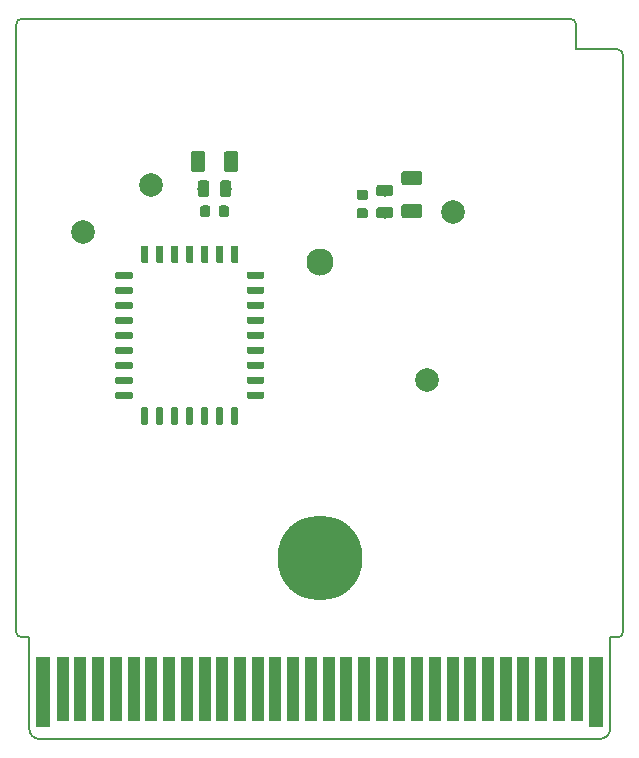
<source format=gbr>
G04 #@! TF.GenerationSoftware,KiCad,Pcbnew,5.1.2-f72e74a~84~ubuntu19.04.1*
G04 #@! TF.CreationDate,2019-06-20T20:45:38+03:00*
G04 #@! TF.ProjectId,GB-CART32K-A,47422d43-4152-4543-9332-4b2d412e6b69,v1.0*
G04 #@! TF.SameCoordinates,Original*
G04 #@! TF.FileFunction,Soldermask,Top*
G04 #@! TF.FilePolarity,Negative*
%FSLAX46Y46*%
G04 Gerber Fmt 4.6, Leading zero omitted, Abs format (unit mm)*
G04 Created by KiCad (PCBNEW 5.1.2-f72e74a~84~ubuntu19.04.1) date 2019-06-20 20:45:38*
%MOMM*%
%LPD*%
G04 APERTURE LIST*
%ADD10C,0.150000*%
%ADD11C,2.000000*%
%ADD12C,0.100000*%
%ADD13C,0.600000*%
%ADD14C,1.250000*%
%ADD15C,0.975000*%
%ADD16C,0.875000*%
%ADD17R,1.000000X5.500000*%
%ADD18R,1.300000X6.000000*%
%ADD19C,2.300000*%
%ADD20C,7.200000*%
G04 APERTURE END LIST*
D10*
X74800000Y-91400000D02*
G75*
G02X74300000Y-90900000I0J500000D01*
G01*
X74300000Y-39500000D02*
G75*
G02X74800000Y-39000000I500000J0D01*
G01*
X121200000Y-39000000D02*
G75*
G02X121700000Y-39500000I0J-500000D01*
G01*
X125200000Y-41600000D02*
G75*
G02X125700000Y-42100000I0J-500000D01*
G01*
X125700000Y-90900000D02*
G75*
G02X125200000Y-91400000I-500000J0D01*
G01*
X76300000Y-100000000D02*
G75*
G02X75400000Y-99100000I0J900000D01*
G01*
X124600000Y-99100000D02*
G75*
G02X123700000Y-100000000I-900000J0D01*
G01*
X121700000Y-39500000D02*
X121700000Y-41600000D01*
X74800000Y-39000000D02*
X121200000Y-39000000D01*
X125200000Y-41600000D02*
X121700000Y-41600000D01*
X74300000Y-90900000D02*
X74300000Y-39500000D01*
X75400000Y-91400000D02*
X74800000Y-91400000D01*
X75400000Y-99100000D02*
X75400000Y-91400000D01*
X125700000Y-90900000D02*
X125700000Y-42100000D01*
X124600000Y-91400000D02*
X125200000Y-91400000D01*
X124600000Y-99100000D02*
X124600000Y-91400000D01*
X76300000Y-100000000D02*
X123700000Y-100000000D01*
D11*
X111300000Y-55400000D03*
X109100000Y-69600000D03*
X80000000Y-57100000D03*
X85700000Y-53100000D03*
D12*
G36*
X90434703Y-58225722D02*
G01*
X90449264Y-58227882D01*
X90463543Y-58231459D01*
X90477403Y-58236418D01*
X90490710Y-58242712D01*
X90503336Y-58250280D01*
X90515159Y-58259048D01*
X90526066Y-58268934D01*
X90535952Y-58279841D01*
X90544720Y-58291664D01*
X90552288Y-58304290D01*
X90558582Y-58317597D01*
X90563541Y-58331457D01*
X90567118Y-58345736D01*
X90569278Y-58360297D01*
X90570000Y-58375000D01*
X90570000Y-59550000D01*
X90569278Y-59564703D01*
X90567118Y-59579264D01*
X90563541Y-59593543D01*
X90558582Y-59607403D01*
X90552288Y-59620710D01*
X90544720Y-59633336D01*
X90535952Y-59645159D01*
X90526066Y-59656066D01*
X90515159Y-59665952D01*
X90503336Y-59674720D01*
X90490710Y-59682288D01*
X90477403Y-59688582D01*
X90463543Y-59693541D01*
X90449264Y-59697118D01*
X90434703Y-59699278D01*
X90420000Y-59700000D01*
X90120000Y-59700000D01*
X90105297Y-59699278D01*
X90090736Y-59697118D01*
X90076457Y-59693541D01*
X90062597Y-59688582D01*
X90049290Y-59682288D01*
X90036664Y-59674720D01*
X90024841Y-59665952D01*
X90013934Y-59656066D01*
X90004048Y-59645159D01*
X89995280Y-59633336D01*
X89987712Y-59620710D01*
X89981418Y-59607403D01*
X89976459Y-59593543D01*
X89972882Y-59579264D01*
X89970722Y-59564703D01*
X89970000Y-59550000D01*
X89970000Y-58375000D01*
X89970722Y-58360297D01*
X89972882Y-58345736D01*
X89976459Y-58331457D01*
X89981418Y-58317597D01*
X89987712Y-58304290D01*
X89995280Y-58291664D01*
X90004048Y-58279841D01*
X90013934Y-58268934D01*
X90024841Y-58259048D01*
X90036664Y-58250280D01*
X90049290Y-58242712D01*
X90062597Y-58236418D01*
X90076457Y-58231459D01*
X90090736Y-58227882D01*
X90105297Y-58225722D01*
X90120000Y-58225000D01*
X90420000Y-58225000D01*
X90434703Y-58225722D01*
X90434703Y-58225722D01*
G37*
D13*
X90270000Y-58962500D03*
D12*
G36*
X91704703Y-58225722D02*
G01*
X91719264Y-58227882D01*
X91733543Y-58231459D01*
X91747403Y-58236418D01*
X91760710Y-58242712D01*
X91773336Y-58250280D01*
X91785159Y-58259048D01*
X91796066Y-58268934D01*
X91805952Y-58279841D01*
X91814720Y-58291664D01*
X91822288Y-58304290D01*
X91828582Y-58317597D01*
X91833541Y-58331457D01*
X91837118Y-58345736D01*
X91839278Y-58360297D01*
X91840000Y-58375000D01*
X91840000Y-59550000D01*
X91839278Y-59564703D01*
X91837118Y-59579264D01*
X91833541Y-59593543D01*
X91828582Y-59607403D01*
X91822288Y-59620710D01*
X91814720Y-59633336D01*
X91805952Y-59645159D01*
X91796066Y-59656066D01*
X91785159Y-59665952D01*
X91773336Y-59674720D01*
X91760710Y-59682288D01*
X91747403Y-59688582D01*
X91733543Y-59693541D01*
X91719264Y-59697118D01*
X91704703Y-59699278D01*
X91690000Y-59700000D01*
X91390000Y-59700000D01*
X91375297Y-59699278D01*
X91360736Y-59697118D01*
X91346457Y-59693541D01*
X91332597Y-59688582D01*
X91319290Y-59682288D01*
X91306664Y-59674720D01*
X91294841Y-59665952D01*
X91283934Y-59656066D01*
X91274048Y-59645159D01*
X91265280Y-59633336D01*
X91257712Y-59620710D01*
X91251418Y-59607403D01*
X91246459Y-59593543D01*
X91242882Y-59579264D01*
X91240722Y-59564703D01*
X91240000Y-59550000D01*
X91240000Y-58375000D01*
X91240722Y-58360297D01*
X91242882Y-58345736D01*
X91246459Y-58331457D01*
X91251418Y-58317597D01*
X91257712Y-58304290D01*
X91265280Y-58291664D01*
X91274048Y-58279841D01*
X91283934Y-58268934D01*
X91294841Y-58259048D01*
X91306664Y-58250280D01*
X91319290Y-58242712D01*
X91332597Y-58236418D01*
X91346457Y-58231459D01*
X91360736Y-58227882D01*
X91375297Y-58225722D01*
X91390000Y-58225000D01*
X91690000Y-58225000D01*
X91704703Y-58225722D01*
X91704703Y-58225722D01*
G37*
D13*
X91540000Y-58962500D03*
D12*
G36*
X92974703Y-58225722D02*
G01*
X92989264Y-58227882D01*
X93003543Y-58231459D01*
X93017403Y-58236418D01*
X93030710Y-58242712D01*
X93043336Y-58250280D01*
X93055159Y-58259048D01*
X93066066Y-58268934D01*
X93075952Y-58279841D01*
X93084720Y-58291664D01*
X93092288Y-58304290D01*
X93098582Y-58317597D01*
X93103541Y-58331457D01*
X93107118Y-58345736D01*
X93109278Y-58360297D01*
X93110000Y-58375000D01*
X93110000Y-59550000D01*
X93109278Y-59564703D01*
X93107118Y-59579264D01*
X93103541Y-59593543D01*
X93098582Y-59607403D01*
X93092288Y-59620710D01*
X93084720Y-59633336D01*
X93075952Y-59645159D01*
X93066066Y-59656066D01*
X93055159Y-59665952D01*
X93043336Y-59674720D01*
X93030710Y-59682288D01*
X93017403Y-59688582D01*
X93003543Y-59693541D01*
X92989264Y-59697118D01*
X92974703Y-59699278D01*
X92960000Y-59700000D01*
X92660000Y-59700000D01*
X92645297Y-59699278D01*
X92630736Y-59697118D01*
X92616457Y-59693541D01*
X92602597Y-59688582D01*
X92589290Y-59682288D01*
X92576664Y-59674720D01*
X92564841Y-59665952D01*
X92553934Y-59656066D01*
X92544048Y-59645159D01*
X92535280Y-59633336D01*
X92527712Y-59620710D01*
X92521418Y-59607403D01*
X92516459Y-59593543D01*
X92512882Y-59579264D01*
X92510722Y-59564703D01*
X92510000Y-59550000D01*
X92510000Y-58375000D01*
X92510722Y-58360297D01*
X92512882Y-58345736D01*
X92516459Y-58331457D01*
X92521418Y-58317597D01*
X92527712Y-58304290D01*
X92535280Y-58291664D01*
X92544048Y-58279841D01*
X92553934Y-58268934D01*
X92564841Y-58259048D01*
X92576664Y-58250280D01*
X92589290Y-58242712D01*
X92602597Y-58236418D01*
X92616457Y-58231459D01*
X92630736Y-58227882D01*
X92645297Y-58225722D01*
X92660000Y-58225000D01*
X92960000Y-58225000D01*
X92974703Y-58225722D01*
X92974703Y-58225722D01*
G37*
D13*
X92810000Y-58962500D03*
D12*
G36*
X95164703Y-60420722D02*
G01*
X95179264Y-60422882D01*
X95193543Y-60426459D01*
X95207403Y-60431418D01*
X95220710Y-60437712D01*
X95233336Y-60445280D01*
X95245159Y-60454048D01*
X95256066Y-60463934D01*
X95265952Y-60474841D01*
X95274720Y-60486664D01*
X95282288Y-60499290D01*
X95288582Y-60512597D01*
X95293541Y-60526457D01*
X95297118Y-60540736D01*
X95299278Y-60555297D01*
X95300000Y-60570000D01*
X95300000Y-60870000D01*
X95299278Y-60884703D01*
X95297118Y-60899264D01*
X95293541Y-60913543D01*
X95288582Y-60927403D01*
X95282288Y-60940710D01*
X95274720Y-60953336D01*
X95265952Y-60965159D01*
X95256066Y-60976066D01*
X95245159Y-60985952D01*
X95233336Y-60994720D01*
X95220710Y-61002288D01*
X95207403Y-61008582D01*
X95193543Y-61013541D01*
X95179264Y-61017118D01*
X95164703Y-61019278D01*
X95150000Y-61020000D01*
X93975000Y-61020000D01*
X93960297Y-61019278D01*
X93945736Y-61017118D01*
X93931457Y-61013541D01*
X93917597Y-61008582D01*
X93904290Y-61002288D01*
X93891664Y-60994720D01*
X93879841Y-60985952D01*
X93868934Y-60976066D01*
X93859048Y-60965159D01*
X93850280Y-60953336D01*
X93842712Y-60940710D01*
X93836418Y-60927403D01*
X93831459Y-60913543D01*
X93827882Y-60899264D01*
X93825722Y-60884703D01*
X93825000Y-60870000D01*
X93825000Y-60570000D01*
X93825722Y-60555297D01*
X93827882Y-60540736D01*
X93831459Y-60526457D01*
X93836418Y-60512597D01*
X93842712Y-60499290D01*
X93850280Y-60486664D01*
X93859048Y-60474841D01*
X93868934Y-60463934D01*
X93879841Y-60454048D01*
X93891664Y-60445280D01*
X93904290Y-60437712D01*
X93917597Y-60431418D01*
X93931457Y-60426459D01*
X93945736Y-60422882D01*
X93960297Y-60420722D01*
X93975000Y-60420000D01*
X95150000Y-60420000D01*
X95164703Y-60420722D01*
X95164703Y-60420722D01*
G37*
D13*
X94562500Y-60720000D03*
D12*
G36*
X95164703Y-61690722D02*
G01*
X95179264Y-61692882D01*
X95193543Y-61696459D01*
X95207403Y-61701418D01*
X95220710Y-61707712D01*
X95233336Y-61715280D01*
X95245159Y-61724048D01*
X95256066Y-61733934D01*
X95265952Y-61744841D01*
X95274720Y-61756664D01*
X95282288Y-61769290D01*
X95288582Y-61782597D01*
X95293541Y-61796457D01*
X95297118Y-61810736D01*
X95299278Y-61825297D01*
X95300000Y-61840000D01*
X95300000Y-62140000D01*
X95299278Y-62154703D01*
X95297118Y-62169264D01*
X95293541Y-62183543D01*
X95288582Y-62197403D01*
X95282288Y-62210710D01*
X95274720Y-62223336D01*
X95265952Y-62235159D01*
X95256066Y-62246066D01*
X95245159Y-62255952D01*
X95233336Y-62264720D01*
X95220710Y-62272288D01*
X95207403Y-62278582D01*
X95193543Y-62283541D01*
X95179264Y-62287118D01*
X95164703Y-62289278D01*
X95150000Y-62290000D01*
X93975000Y-62290000D01*
X93960297Y-62289278D01*
X93945736Y-62287118D01*
X93931457Y-62283541D01*
X93917597Y-62278582D01*
X93904290Y-62272288D01*
X93891664Y-62264720D01*
X93879841Y-62255952D01*
X93868934Y-62246066D01*
X93859048Y-62235159D01*
X93850280Y-62223336D01*
X93842712Y-62210710D01*
X93836418Y-62197403D01*
X93831459Y-62183543D01*
X93827882Y-62169264D01*
X93825722Y-62154703D01*
X93825000Y-62140000D01*
X93825000Y-61840000D01*
X93825722Y-61825297D01*
X93827882Y-61810736D01*
X93831459Y-61796457D01*
X93836418Y-61782597D01*
X93842712Y-61769290D01*
X93850280Y-61756664D01*
X93859048Y-61744841D01*
X93868934Y-61733934D01*
X93879841Y-61724048D01*
X93891664Y-61715280D01*
X93904290Y-61707712D01*
X93917597Y-61701418D01*
X93931457Y-61696459D01*
X93945736Y-61692882D01*
X93960297Y-61690722D01*
X93975000Y-61690000D01*
X95150000Y-61690000D01*
X95164703Y-61690722D01*
X95164703Y-61690722D01*
G37*
D13*
X94562500Y-61990000D03*
D12*
G36*
X95164703Y-62960722D02*
G01*
X95179264Y-62962882D01*
X95193543Y-62966459D01*
X95207403Y-62971418D01*
X95220710Y-62977712D01*
X95233336Y-62985280D01*
X95245159Y-62994048D01*
X95256066Y-63003934D01*
X95265952Y-63014841D01*
X95274720Y-63026664D01*
X95282288Y-63039290D01*
X95288582Y-63052597D01*
X95293541Y-63066457D01*
X95297118Y-63080736D01*
X95299278Y-63095297D01*
X95300000Y-63110000D01*
X95300000Y-63410000D01*
X95299278Y-63424703D01*
X95297118Y-63439264D01*
X95293541Y-63453543D01*
X95288582Y-63467403D01*
X95282288Y-63480710D01*
X95274720Y-63493336D01*
X95265952Y-63505159D01*
X95256066Y-63516066D01*
X95245159Y-63525952D01*
X95233336Y-63534720D01*
X95220710Y-63542288D01*
X95207403Y-63548582D01*
X95193543Y-63553541D01*
X95179264Y-63557118D01*
X95164703Y-63559278D01*
X95150000Y-63560000D01*
X93975000Y-63560000D01*
X93960297Y-63559278D01*
X93945736Y-63557118D01*
X93931457Y-63553541D01*
X93917597Y-63548582D01*
X93904290Y-63542288D01*
X93891664Y-63534720D01*
X93879841Y-63525952D01*
X93868934Y-63516066D01*
X93859048Y-63505159D01*
X93850280Y-63493336D01*
X93842712Y-63480710D01*
X93836418Y-63467403D01*
X93831459Y-63453543D01*
X93827882Y-63439264D01*
X93825722Y-63424703D01*
X93825000Y-63410000D01*
X93825000Y-63110000D01*
X93825722Y-63095297D01*
X93827882Y-63080736D01*
X93831459Y-63066457D01*
X93836418Y-63052597D01*
X93842712Y-63039290D01*
X93850280Y-63026664D01*
X93859048Y-63014841D01*
X93868934Y-63003934D01*
X93879841Y-62994048D01*
X93891664Y-62985280D01*
X93904290Y-62977712D01*
X93917597Y-62971418D01*
X93931457Y-62966459D01*
X93945736Y-62962882D01*
X93960297Y-62960722D01*
X93975000Y-62960000D01*
X95150000Y-62960000D01*
X95164703Y-62960722D01*
X95164703Y-62960722D01*
G37*
D13*
X94562500Y-63260000D03*
D12*
G36*
X95164703Y-64230722D02*
G01*
X95179264Y-64232882D01*
X95193543Y-64236459D01*
X95207403Y-64241418D01*
X95220710Y-64247712D01*
X95233336Y-64255280D01*
X95245159Y-64264048D01*
X95256066Y-64273934D01*
X95265952Y-64284841D01*
X95274720Y-64296664D01*
X95282288Y-64309290D01*
X95288582Y-64322597D01*
X95293541Y-64336457D01*
X95297118Y-64350736D01*
X95299278Y-64365297D01*
X95300000Y-64380000D01*
X95300000Y-64680000D01*
X95299278Y-64694703D01*
X95297118Y-64709264D01*
X95293541Y-64723543D01*
X95288582Y-64737403D01*
X95282288Y-64750710D01*
X95274720Y-64763336D01*
X95265952Y-64775159D01*
X95256066Y-64786066D01*
X95245159Y-64795952D01*
X95233336Y-64804720D01*
X95220710Y-64812288D01*
X95207403Y-64818582D01*
X95193543Y-64823541D01*
X95179264Y-64827118D01*
X95164703Y-64829278D01*
X95150000Y-64830000D01*
X93975000Y-64830000D01*
X93960297Y-64829278D01*
X93945736Y-64827118D01*
X93931457Y-64823541D01*
X93917597Y-64818582D01*
X93904290Y-64812288D01*
X93891664Y-64804720D01*
X93879841Y-64795952D01*
X93868934Y-64786066D01*
X93859048Y-64775159D01*
X93850280Y-64763336D01*
X93842712Y-64750710D01*
X93836418Y-64737403D01*
X93831459Y-64723543D01*
X93827882Y-64709264D01*
X93825722Y-64694703D01*
X93825000Y-64680000D01*
X93825000Y-64380000D01*
X93825722Y-64365297D01*
X93827882Y-64350736D01*
X93831459Y-64336457D01*
X93836418Y-64322597D01*
X93842712Y-64309290D01*
X93850280Y-64296664D01*
X93859048Y-64284841D01*
X93868934Y-64273934D01*
X93879841Y-64264048D01*
X93891664Y-64255280D01*
X93904290Y-64247712D01*
X93917597Y-64241418D01*
X93931457Y-64236459D01*
X93945736Y-64232882D01*
X93960297Y-64230722D01*
X93975000Y-64230000D01*
X95150000Y-64230000D01*
X95164703Y-64230722D01*
X95164703Y-64230722D01*
G37*
D13*
X94562500Y-64530000D03*
D12*
G36*
X95164703Y-65500722D02*
G01*
X95179264Y-65502882D01*
X95193543Y-65506459D01*
X95207403Y-65511418D01*
X95220710Y-65517712D01*
X95233336Y-65525280D01*
X95245159Y-65534048D01*
X95256066Y-65543934D01*
X95265952Y-65554841D01*
X95274720Y-65566664D01*
X95282288Y-65579290D01*
X95288582Y-65592597D01*
X95293541Y-65606457D01*
X95297118Y-65620736D01*
X95299278Y-65635297D01*
X95300000Y-65650000D01*
X95300000Y-65950000D01*
X95299278Y-65964703D01*
X95297118Y-65979264D01*
X95293541Y-65993543D01*
X95288582Y-66007403D01*
X95282288Y-66020710D01*
X95274720Y-66033336D01*
X95265952Y-66045159D01*
X95256066Y-66056066D01*
X95245159Y-66065952D01*
X95233336Y-66074720D01*
X95220710Y-66082288D01*
X95207403Y-66088582D01*
X95193543Y-66093541D01*
X95179264Y-66097118D01*
X95164703Y-66099278D01*
X95150000Y-66100000D01*
X93975000Y-66100000D01*
X93960297Y-66099278D01*
X93945736Y-66097118D01*
X93931457Y-66093541D01*
X93917597Y-66088582D01*
X93904290Y-66082288D01*
X93891664Y-66074720D01*
X93879841Y-66065952D01*
X93868934Y-66056066D01*
X93859048Y-66045159D01*
X93850280Y-66033336D01*
X93842712Y-66020710D01*
X93836418Y-66007403D01*
X93831459Y-65993543D01*
X93827882Y-65979264D01*
X93825722Y-65964703D01*
X93825000Y-65950000D01*
X93825000Y-65650000D01*
X93825722Y-65635297D01*
X93827882Y-65620736D01*
X93831459Y-65606457D01*
X93836418Y-65592597D01*
X93842712Y-65579290D01*
X93850280Y-65566664D01*
X93859048Y-65554841D01*
X93868934Y-65543934D01*
X93879841Y-65534048D01*
X93891664Y-65525280D01*
X93904290Y-65517712D01*
X93917597Y-65511418D01*
X93931457Y-65506459D01*
X93945736Y-65502882D01*
X93960297Y-65500722D01*
X93975000Y-65500000D01*
X95150000Y-65500000D01*
X95164703Y-65500722D01*
X95164703Y-65500722D01*
G37*
D13*
X94562500Y-65800000D03*
D12*
G36*
X95164703Y-66770722D02*
G01*
X95179264Y-66772882D01*
X95193543Y-66776459D01*
X95207403Y-66781418D01*
X95220710Y-66787712D01*
X95233336Y-66795280D01*
X95245159Y-66804048D01*
X95256066Y-66813934D01*
X95265952Y-66824841D01*
X95274720Y-66836664D01*
X95282288Y-66849290D01*
X95288582Y-66862597D01*
X95293541Y-66876457D01*
X95297118Y-66890736D01*
X95299278Y-66905297D01*
X95300000Y-66920000D01*
X95300000Y-67220000D01*
X95299278Y-67234703D01*
X95297118Y-67249264D01*
X95293541Y-67263543D01*
X95288582Y-67277403D01*
X95282288Y-67290710D01*
X95274720Y-67303336D01*
X95265952Y-67315159D01*
X95256066Y-67326066D01*
X95245159Y-67335952D01*
X95233336Y-67344720D01*
X95220710Y-67352288D01*
X95207403Y-67358582D01*
X95193543Y-67363541D01*
X95179264Y-67367118D01*
X95164703Y-67369278D01*
X95150000Y-67370000D01*
X93975000Y-67370000D01*
X93960297Y-67369278D01*
X93945736Y-67367118D01*
X93931457Y-67363541D01*
X93917597Y-67358582D01*
X93904290Y-67352288D01*
X93891664Y-67344720D01*
X93879841Y-67335952D01*
X93868934Y-67326066D01*
X93859048Y-67315159D01*
X93850280Y-67303336D01*
X93842712Y-67290710D01*
X93836418Y-67277403D01*
X93831459Y-67263543D01*
X93827882Y-67249264D01*
X93825722Y-67234703D01*
X93825000Y-67220000D01*
X93825000Y-66920000D01*
X93825722Y-66905297D01*
X93827882Y-66890736D01*
X93831459Y-66876457D01*
X93836418Y-66862597D01*
X93842712Y-66849290D01*
X93850280Y-66836664D01*
X93859048Y-66824841D01*
X93868934Y-66813934D01*
X93879841Y-66804048D01*
X93891664Y-66795280D01*
X93904290Y-66787712D01*
X93917597Y-66781418D01*
X93931457Y-66776459D01*
X93945736Y-66772882D01*
X93960297Y-66770722D01*
X93975000Y-66770000D01*
X95150000Y-66770000D01*
X95164703Y-66770722D01*
X95164703Y-66770722D01*
G37*
D13*
X94562500Y-67070000D03*
D12*
G36*
X95164703Y-68040722D02*
G01*
X95179264Y-68042882D01*
X95193543Y-68046459D01*
X95207403Y-68051418D01*
X95220710Y-68057712D01*
X95233336Y-68065280D01*
X95245159Y-68074048D01*
X95256066Y-68083934D01*
X95265952Y-68094841D01*
X95274720Y-68106664D01*
X95282288Y-68119290D01*
X95288582Y-68132597D01*
X95293541Y-68146457D01*
X95297118Y-68160736D01*
X95299278Y-68175297D01*
X95300000Y-68190000D01*
X95300000Y-68490000D01*
X95299278Y-68504703D01*
X95297118Y-68519264D01*
X95293541Y-68533543D01*
X95288582Y-68547403D01*
X95282288Y-68560710D01*
X95274720Y-68573336D01*
X95265952Y-68585159D01*
X95256066Y-68596066D01*
X95245159Y-68605952D01*
X95233336Y-68614720D01*
X95220710Y-68622288D01*
X95207403Y-68628582D01*
X95193543Y-68633541D01*
X95179264Y-68637118D01*
X95164703Y-68639278D01*
X95150000Y-68640000D01*
X93975000Y-68640000D01*
X93960297Y-68639278D01*
X93945736Y-68637118D01*
X93931457Y-68633541D01*
X93917597Y-68628582D01*
X93904290Y-68622288D01*
X93891664Y-68614720D01*
X93879841Y-68605952D01*
X93868934Y-68596066D01*
X93859048Y-68585159D01*
X93850280Y-68573336D01*
X93842712Y-68560710D01*
X93836418Y-68547403D01*
X93831459Y-68533543D01*
X93827882Y-68519264D01*
X93825722Y-68504703D01*
X93825000Y-68490000D01*
X93825000Y-68190000D01*
X93825722Y-68175297D01*
X93827882Y-68160736D01*
X93831459Y-68146457D01*
X93836418Y-68132597D01*
X93842712Y-68119290D01*
X93850280Y-68106664D01*
X93859048Y-68094841D01*
X93868934Y-68083934D01*
X93879841Y-68074048D01*
X93891664Y-68065280D01*
X93904290Y-68057712D01*
X93917597Y-68051418D01*
X93931457Y-68046459D01*
X93945736Y-68042882D01*
X93960297Y-68040722D01*
X93975000Y-68040000D01*
X95150000Y-68040000D01*
X95164703Y-68040722D01*
X95164703Y-68040722D01*
G37*
D13*
X94562500Y-68340000D03*
D12*
G36*
X95164703Y-69310722D02*
G01*
X95179264Y-69312882D01*
X95193543Y-69316459D01*
X95207403Y-69321418D01*
X95220710Y-69327712D01*
X95233336Y-69335280D01*
X95245159Y-69344048D01*
X95256066Y-69353934D01*
X95265952Y-69364841D01*
X95274720Y-69376664D01*
X95282288Y-69389290D01*
X95288582Y-69402597D01*
X95293541Y-69416457D01*
X95297118Y-69430736D01*
X95299278Y-69445297D01*
X95300000Y-69460000D01*
X95300000Y-69760000D01*
X95299278Y-69774703D01*
X95297118Y-69789264D01*
X95293541Y-69803543D01*
X95288582Y-69817403D01*
X95282288Y-69830710D01*
X95274720Y-69843336D01*
X95265952Y-69855159D01*
X95256066Y-69866066D01*
X95245159Y-69875952D01*
X95233336Y-69884720D01*
X95220710Y-69892288D01*
X95207403Y-69898582D01*
X95193543Y-69903541D01*
X95179264Y-69907118D01*
X95164703Y-69909278D01*
X95150000Y-69910000D01*
X93975000Y-69910000D01*
X93960297Y-69909278D01*
X93945736Y-69907118D01*
X93931457Y-69903541D01*
X93917597Y-69898582D01*
X93904290Y-69892288D01*
X93891664Y-69884720D01*
X93879841Y-69875952D01*
X93868934Y-69866066D01*
X93859048Y-69855159D01*
X93850280Y-69843336D01*
X93842712Y-69830710D01*
X93836418Y-69817403D01*
X93831459Y-69803543D01*
X93827882Y-69789264D01*
X93825722Y-69774703D01*
X93825000Y-69760000D01*
X93825000Y-69460000D01*
X93825722Y-69445297D01*
X93827882Y-69430736D01*
X93831459Y-69416457D01*
X93836418Y-69402597D01*
X93842712Y-69389290D01*
X93850280Y-69376664D01*
X93859048Y-69364841D01*
X93868934Y-69353934D01*
X93879841Y-69344048D01*
X93891664Y-69335280D01*
X93904290Y-69327712D01*
X93917597Y-69321418D01*
X93931457Y-69316459D01*
X93945736Y-69312882D01*
X93960297Y-69310722D01*
X93975000Y-69310000D01*
X95150000Y-69310000D01*
X95164703Y-69310722D01*
X95164703Y-69310722D01*
G37*
D13*
X94562500Y-69610000D03*
D12*
G36*
X95164703Y-70580722D02*
G01*
X95179264Y-70582882D01*
X95193543Y-70586459D01*
X95207403Y-70591418D01*
X95220710Y-70597712D01*
X95233336Y-70605280D01*
X95245159Y-70614048D01*
X95256066Y-70623934D01*
X95265952Y-70634841D01*
X95274720Y-70646664D01*
X95282288Y-70659290D01*
X95288582Y-70672597D01*
X95293541Y-70686457D01*
X95297118Y-70700736D01*
X95299278Y-70715297D01*
X95300000Y-70730000D01*
X95300000Y-71030000D01*
X95299278Y-71044703D01*
X95297118Y-71059264D01*
X95293541Y-71073543D01*
X95288582Y-71087403D01*
X95282288Y-71100710D01*
X95274720Y-71113336D01*
X95265952Y-71125159D01*
X95256066Y-71136066D01*
X95245159Y-71145952D01*
X95233336Y-71154720D01*
X95220710Y-71162288D01*
X95207403Y-71168582D01*
X95193543Y-71173541D01*
X95179264Y-71177118D01*
X95164703Y-71179278D01*
X95150000Y-71180000D01*
X93975000Y-71180000D01*
X93960297Y-71179278D01*
X93945736Y-71177118D01*
X93931457Y-71173541D01*
X93917597Y-71168582D01*
X93904290Y-71162288D01*
X93891664Y-71154720D01*
X93879841Y-71145952D01*
X93868934Y-71136066D01*
X93859048Y-71125159D01*
X93850280Y-71113336D01*
X93842712Y-71100710D01*
X93836418Y-71087403D01*
X93831459Y-71073543D01*
X93827882Y-71059264D01*
X93825722Y-71044703D01*
X93825000Y-71030000D01*
X93825000Y-70730000D01*
X93825722Y-70715297D01*
X93827882Y-70700736D01*
X93831459Y-70686457D01*
X93836418Y-70672597D01*
X93842712Y-70659290D01*
X93850280Y-70646664D01*
X93859048Y-70634841D01*
X93868934Y-70623934D01*
X93879841Y-70614048D01*
X93891664Y-70605280D01*
X93904290Y-70597712D01*
X93917597Y-70591418D01*
X93931457Y-70586459D01*
X93945736Y-70582882D01*
X93960297Y-70580722D01*
X93975000Y-70580000D01*
X95150000Y-70580000D01*
X95164703Y-70580722D01*
X95164703Y-70580722D01*
G37*
D13*
X94562500Y-70880000D03*
D12*
G36*
X92974703Y-71900722D02*
G01*
X92989264Y-71902882D01*
X93003543Y-71906459D01*
X93017403Y-71911418D01*
X93030710Y-71917712D01*
X93043336Y-71925280D01*
X93055159Y-71934048D01*
X93066066Y-71943934D01*
X93075952Y-71954841D01*
X93084720Y-71966664D01*
X93092288Y-71979290D01*
X93098582Y-71992597D01*
X93103541Y-72006457D01*
X93107118Y-72020736D01*
X93109278Y-72035297D01*
X93110000Y-72050000D01*
X93110000Y-73225000D01*
X93109278Y-73239703D01*
X93107118Y-73254264D01*
X93103541Y-73268543D01*
X93098582Y-73282403D01*
X93092288Y-73295710D01*
X93084720Y-73308336D01*
X93075952Y-73320159D01*
X93066066Y-73331066D01*
X93055159Y-73340952D01*
X93043336Y-73349720D01*
X93030710Y-73357288D01*
X93017403Y-73363582D01*
X93003543Y-73368541D01*
X92989264Y-73372118D01*
X92974703Y-73374278D01*
X92960000Y-73375000D01*
X92660000Y-73375000D01*
X92645297Y-73374278D01*
X92630736Y-73372118D01*
X92616457Y-73368541D01*
X92602597Y-73363582D01*
X92589290Y-73357288D01*
X92576664Y-73349720D01*
X92564841Y-73340952D01*
X92553934Y-73331066D01*
X92544048Y-73320159D01*
X92535280Y-73308336D01*
X92527712Y-73295710D01*
X92521418Y-73282403D01*
X92516459Y-73268543D01*
X92512882Y-73254264D01*
X92510722Y-73239703D01*
X92510000Y-73225000D01*
X92510000Y-72050000D01*
X92510722Y-72035297D01*
X92512882Y-72020736D01*
X92516459Y-72006457D01*
X92521418Y-71992597D01*
X92527712Y-71979290D01*
X92535280Y-71966664D01*
X92544048Y-71954841D01*
X92553934Y-71943934D01*
X92564841Y-71934048D01*
X92576664Y-71925280D01*
X92589290Y-71917712D01*
X92602597Y-71911418D01*
X92616457Y-71906459D01*
X92630736Y-71902882D01*
X92645297Y-71900722D01*
X92660000Y-71900000D01*
X92960000Y-71900000D01*
X92974703Y-71900722D01*
X92974703Y-71900722D01*
G37*
D13*
X92810000Y-72637500D03*
D12*
G36*
X91704703Y-71900722D02*
G01*
X91719264Y-71902882D01*
X91733543Y-71906459D01*
X91747403Y-71911418D01*
X91760710Y-71917712D01*
X91773336Y-71925280D01*
X91785159Y-71934048D01*
X91796066Y-71943934D01*
X91805952Y-71954841D01*
X91814720Y-71966664D01*
X91822288Y-71979290D01*
X91828582Y-71992597D01*
X91833541Y-72006457D01*
X91837118Y-72020736D01*
X91839278Y-72035297D01*
X91840000Y-72050000D01*
X91840000Y-73225000D01*
X91839278Y-73239703D01*
X91837118Y-73254264D01*
X91833541Y-73268543D01*
X91828582Y-73282403D01*
X91822288Y-73295710D01*
X91814720Y-73308336D01*
X91805952Y-73320159D01*
X91796066Y-73331066D01*
X91785159Y-73340952D01*
X91773336Y-73349720D01*
X91760710Y-73357288D01*
X91747403Y-73363582D01*
X91733543Y-73368541D01*
X91719264Y-73372118D01*
X91704703Y-73374278D01*
X91690000Y-73375000D01*
X91390000Y-73375000D01*
X91375297Y-73374278D01*
X91360736Y-73372118D01*
X91346457Y-73368541D01*
X91332597Y-73363582D01*
X91319290Y-73357288D01*
X91306664Y-73349720D01*
X91294841Y-73340952D01*
X91283934Y-73331066D01*
X91274048Y-73320159D01*
X91265280Y-73308336D01*
X91257712Y-73295710D01*
X91251418Y-73282403D01*
X91246459Y-73268543D01*
X91242882Y-73254264D01*
X91240722Y-73239703D01*
X91240000Y-73225000D01*
X91240000Y-72050000D01*
X91240722Y-72035297D01*
X91242882Y-72020736D01*
X91246459Y-72006457D01*
X91251418Y-71992597D01*
X91257712Y-71979290D01*
X91265280Y-71966664D01*
X91274048Y-71954841D01*
X91283934Y-71943934D01*
X91294841Y-71934048D01*
X91306664Y-71925280D01*
X91319290Y-71917712D01*
X91332597Y-71911418D01*
X91346457Y-71906459D01*
X91360736Y-71902882D01*
X91375297Y-71900722D01*
X91390000Y-71900000D01*
X91690000Y-71900000D01*
X91704703Y-71900722D01*
X91704703Y-71900722D01*
G37*
D13*
X91540000Y-72637500D03*
D12*
G36*
X90434703Y-71900722D02*
G01*
X90449264Y-71902882D01*
X90463543Y-71906459D01*
X90477403Y-71911418D01*
X90490710Y-71917712D01*
X90503336Y-71925280D01*
X90515159Y-71934048D01*
X90526066Y-71943934D01*
X90535952Y-71954841D01*
X90544720Y-71966664D01*
X90552288Y-71979290D01*
X90558582Y-71992597D01*
X90563541Y-72006457D01*
X90567118Y-72020736D01*
X90569278Y-72035297D01*
X90570000Y-72050000D01*
X90570000Y-73225000D01*
X90569278Y-73239703D01*
X90567118Y-73254264D01*
X90563541Y-73268543D01*
X90558582Y-73282403D01*
X90552288Y-73295710D01*
X90544720Y-73308336D01*
X90535952Y-73320159D01*
X90526066Y-73331066D01*
X90515159Y-73340952D01*
X90503336Y-73349720D01*
X90490710Y-73357288D01*
X90477403Y-73363582D01*
X90463543Y-73368541D01*
X90449264Y-73372118D01*
X90434703Y-73374278D01*
X90420000Y-73375000D01*
X90120000Y-73375000D01*
X90105297Y-73374278D01*
X90090736Y-73372118D01*
X90076457Y-73368541D01*
X90062597Y-73363582D01*
X90049290Y-73357288D01*
X90036664Y-73349720D01*
X90024841Y-73340952D01*
X90013934Y-73331066D01*
X90004048Y-73320159D01*
X89995280Y-73308336D01*
X89987712Y-73295710D01*
X89981418Y-73282403D01*
X89976459Y-73268543D01*
X89972882Y-73254264D01*
X89970722Y-73239703D01*
X89970000Y-73225000D01*
X89970000Y-72050000D01*
X89970722Y-72035297D01*
X89972882Y-72020736D01*
X89976459Y-72006457D01*
X89981418Y-71992597D01*
X89987712Y-71979290D01*
X89995280Y-71966664D01*
X90004048Y-71954841D01*
X90013934Y-71943934D01*
X90024841Y-71934048D01*
X90036664Y-71925280D01*
X90049290Y-71917712D01*
X90062597Y-71911418D01*
X90076457Y-71906459D01*
X90090736Y-71902882D01*
X90105297Y-71900722D01*
X90120000Y-71900000D01*
X90420000Y-71900000D01*
X90434703Y-71900722D01*
X90434703Y-71900722D01*
G37*
D13*
X90270000Y-72637500D03*
D12*
G36*
X89164703Y-71900722D02*
G01*
X89179264Y-71902882D01*
X89193543Y-71906459D01*
X89207403Y-71911418D01*
X89220710Y-71917712D01*
X89233336Y-71925280D01*
X89245159Y-71934048D01*
X89256066Y-71943934D01*
X89265952Y-71954841D01*
X89274720Y-71966664D01*
X89282288Y-71979290D01*
X89288582Y-71992597D01*
X89293541Y-72006457D01*
X89297118Y-72020736D01*
X89299278Y-72035297D01*
X89300000Y-72050000D01*
X89300000Y-73225000D01*
X89299278Y-73239703D01*
X89297118Y-73254264D01*
X89293541Y-73268543D01*
X89288582Y-73282403D01*
X89282288Y-73295710D01*
X89274720Y-73308336D01*
X89265952Y-73320159D01*
X89256066Y-73331066D01*
X89245159Y-73340952D01*
X89233336Y-73349720D01*
X89220710Y-73357288D01*
X89207403Y-73363582D01*
X89193543Y-73368541D01*
X89179264Y-73372118D01*
X89164703Y-73374278D01*
X89150000Y-73375000D01*
X88850000Y-73375000D01*
X88835297Y-73374278D01*
X88820736Y-73372118D01*
X88806457Y-73368541D01*
X88792597Y-73363582D01*
X88779290Y-73357288D01*
X88766664Y-73349720D01*
X88754841Y-73340952D01*
X88743934Y-73331066D01*
X88734048Y-73320159D01*
X88725280Y-73308336D01*
X88717712Y-73295710D01*
X88711418Y-73282403D01*
X88706459Y-73268543D01*
X88702882Y-73254264D01*
X88700722Y-73239703D01*
X88700000Y-73225000D01*
X88700000Y-72050000D01*
X88700722Y-72035297D01*
X88702882Y-72020736D01*
X88706459Y-72006457D01*
X88711418Y-71992597D01*
X88717712Y-71979290D01*
X88725280Y-71966664D01*
X88734048Y-71954841D01*
X88743934Y-71943934D01*
X88754841Y-71934048D01*
X88766664Y-71925280D01*
X88779290Y-71917712D01*
X88792597Y-71911418D01*
X88806457Y-71906459D01*
X88820736Y-71902882D01*
X88835297Y-71900722D01*
X88850000Y-71900000D01*
X89150000Y-71900000D01*
X89164703Y-71900722D01*
X89164703Y-71900722D01*
G37*
D13*
X89000000Y-72637500D03*
D12*
G36*
X87894703Y-71900722D02*
G01*
X87909264Y-71902882D01*
X87923543Y-71906459D01*
X87937403Y-71911418D01*
X87950710Y-71917712D01*
X87963336Y-71925280D01*
X87975159Y-71934048D01*
X87986066Y-71943934D01*
X87995952Y-71954841D01*
X88004720Y-71966664D01*
X88012288Y-71979290D01*
X88018582Y-71992597D01*
X88023541Y-72006457D01*
X88027118Y-72020736D01*
X88029278Y-72035297D01*
X88030000Y-72050000D01*
X88030000Y-73225000D01*
X88029278Y-73239703D01*
X88027118Y-73254264D01*
X88023541Y-73268543D01*
X88018582Y-73282403D01*
X88012288Y-73295710D01*
X88004720Y-73308336D01*
X87995952Y-73320159D01*
X87986066Y-73331066D01*
X87975159Y-73340952D01*
X87963336Y-73349720D01*
X87950710Y-73357288D01*
X87937403Y-73363582D01*
X87923543Y-73368541D01*
X87909264Y-73372118D01*
X87894703Y-73374278D01*
X87880000Y-73375000D01*
X87580000Y-73375000D01*
X87565297Y-73374278D01*
X87550736Y-73372118D01*
X87536457Y-73368541D01*
X87522597Y-73363582D01*
X87509290Y-73357288D01*
X87496664Y-73349720D01*
X87484841Y-73340952D01*
X87473934Y-73331066D01*
X87464048Y-73320159D01*
X87455280Y-73308336D01*
X87447712Y-73295710D01*
X87441418Y-73282403D01*
X87436459Y-73268543D01*
X87432882Y-73254264D01*
X87430722Y-73239703D01*
X87430000Y-73225000D01*
X87430000Y-72050000D01*
X87430722Y-72035297D01*
X87432882Y-72020736D01*
X87436459Y-72006457D01*
X87441418Y-71992597D01*
X87447712Y-71979290D01*
X87455280Y-71966664D01*
X87464048Y-71954841D01*
X87473934Y-71943934D01*
X87484841Y-71934048D01*
X87496664Y-71925280D01*
X87509290Y-71917712D01*
X87522597Y-71911418D01*
X87536457Y-71906459D01*
X87550736Y-71902882D01*
X87565297Y-71900722D01*
X87580000Y-71900000D01*
X87880000Y-71900000D01*
X87894703Y-71900722D01*
X87894703Y-71900722D01*
G37*
D13*
X87730000Y-72637500D03*
D12*
G36*
X86624703Y-71900722D02*
G01*
X86639264Y-71902882D01*
X86653543Y-71906459D01*
X86667403Y-71911418D01*
X86680710Y-71917712D01*
X86693336Y-71925280D01*
X86705159Y-71934048D01*
X86716066Y-71943934D01*
X86725952Y-71954841D01*
X86734720Y-71966664D01*
X86742288Y-71979290D01*
X86748582Y-71992597D01*
X86753541Y-72006457D01*
X86757118Y-72020736D01*
X86759278Y-72035297D01*
X86760000Y-72050000D01*
X86760000Y-73225000D01*
X86759278Y-73239703D01*
X86757118Y-73254264D01*
X86753541Y-73268543D01*
X86748582Y-73282403D01*
X86742288Y-73295710D01*
X86734720Y-73308336D01*
X86725952Y-73320159D01*
X86716066Y-73331066D01*
X86705159Y-73340952D01*
X86693336Y-73349720D01*
X86680710Y-73357288D01*
X86667403Y-73363582D01*
X86653543Y-73368541D01*
X86639264Y-73372118D01*
X86624703Y-73374278D01*
X86610000Y-73375000D01*
X86310000Y-73375000D01*
X86295297Y-73374278D01*
X86280736Y-73372118D01*
X86266457Y-73368541D01*
X86252597Y-73363582D01*
X86239290Y-73357288D01*
X86226664Y-73349720D01*
X86214841Y-73340952D01*
X86203934Y-73331066D01*
X86194048Y-73320159D01*
X86185280Y-73308336D01*
X86177712Y-73295710D01*
X86171418Y-73282403D01*
X86166459Y-73268543D01*
X86162882Y-73254264D01*
X86160722Y-73239703D01*
X86160000Y-73225000D01*
X86160000Y-72050000D01*
X86160722Y-72035297D01*
X86162882Y-72020736D01*
X86166459Y-72006457D01*
X86171418Y-71992597D01*
X86177712Y-71979290D01*
X86185280Y-71966664D01*
X86194048Y-71954841D01*
X86203934Y-71943934D01*
X86214841Y-71934048D01*
X86226664Y-71925280D01*
X86239290Y-71917712D01*
X86252597Y-71911418D01*
X86266457Y-71906459D01*
X86280736Y-71902882D01*
X86295297Y-71900722D01*
X86310000Y-71900000D01*
X86610000Y-71900000D01*
X86624703Y-71900722D01*
X86624703Y-71900722D01*
G37*
D13*
X86460000Y-72637500D03*
D12*
G36*
X85354703Y-71900722D02*
G01*
X85369264Y-71902882D01*
X85383543Y-71906459D01*
X85397403Y-71911418D01*
X85410710Y-71917712D01*
X85423336Y-71925280D01*
X85435159Y-71934048D01*
X85446066Y-71943934D01*
X85455952Y-71954841D01*
X85464720Y-71966664D01*
X85472288Y-71979290D01*
X85478582Y-71992597D01*
X85483541Y-72006457D01*
X85487118Y-72020736D01*
X85489278Y-72035297D01*
X85490000Y-72050000D01*
X85490000Y-73225000D01*
X85489278Y-73239703D01*
X85487118Y-73254264D01*
X85483541Y-73268543D01*
X85478582Y-73282403D01*
X85472288Y-73295710D01*
X85464720Y-73308336D01*
X85455952Y-73320159D01*
X85446066Y-73331066D01*
X85435159Y-73340952D01*
X85423336Y-73349720D01*
X85410710Y-73357288D01*
X85397403Y-73363582D01*
X85383543Y-73368541D01*
X85369264Y-73372118D01*
X85354703Y-73374278D01*
X85340000Y-73375000D01*
X85040000Y-73375000D01*
X85025297Y-73374278D01*
X85010736Y-73372118D01*
X84996457Y-73368541D01*
X84982597Y-73363582D01*
X84969290Y-73357288D01*
X84956664Y-73349720D01*
X84944841Y-73340952D01*
X84933934Y-73331066D01*
X84924048Y-73320159D01*
X84915280Y-73308336D01*
X84907712Y-73295710D01*
X84901418Y-73282403D01*
X84896459Y-73268543D01*
X84892882Y-73254264D01*
X84890722Y-73239703D01*
X84890000Y-73225000D01*
X84890000Y-72050000D01*
X84890722Y-72035297D01*
X84892882Y-72020736D01*
X84896459Y-72006457D01*
X84901418Y-71992597D01*
X84907712Y-71979290D01*
X84915280Y-71966664D01*
X84924048Y-71954841D01*
X84933934Y-71943934D01*
X84944841Y-71934048D01*
X84956664Y-71925280D01*
X84969290Y-71917712D01*
X84982597Y-71911418D01*
X84996457Y-71906459D01*
X85010736Y-71902882D01*
X85025297Y-71900722D01*
X85040000Y-71900000D01*
X85340000Y-71900000D01*
X85354703Y-71900722D01*
X85354703Y-71900722D01*
G37*
D13*
X85190000Y-72637500D03*
D12*
G36*
X84039703Y-70580722D02*
G01*
X84054264Y-70582882D01*
X84068543Y-70586459D01*
X84082403Y-70591418D01*
X84095710Y-70597712D01*
X84108336Y-70605280D01*
X84120159Y-70614048D01*
X84131066Y-70623934D01*
X84140952Y-70634841D01*
X84149720Y-70646664D01*
X84157288Y-70659290D01*
X84163582Y-70672597D01*
X84168541Y-70686457D01*
X84172118Y-70700736D01*
X84174278Y-70715297D01*
X84175000Y-70730000D01*
X84175000Y-71030000D01*
X84174278Y-71044703D01*
X84172118Y-71059264D01*
X84168541Y-71073543D01*
X84163582Y-71087403D01*
X84157288Y-71100710D01*
X84149720Y-71113336D01*
X84140952Y-71125159D01*
X84131066Y-71136066D01*
X84120159Y-71145952D01*
X84108336Y-71154720D01*
X84095710Y-71162288D01*
X84082403Y-71168582D01*
X84068543Y-71173541D01*
X84054264Y-71177118D01*
X84039703Y-71179278D01*
X84025000Y-71180000D01*
X82850000Y-71180000D01*
X82835297Y-71179278D01*
X82820736Y-71177118D01*
X82806457Y-71173541D01*
X82792597Y-71168582D01*
X82779290Y-71162288D01*
X82766664Y-71154720D01*
X82754841Y-71145952D01*
X82743934Y-71136066D01*
X82734048Y-71125159D01*
X82725280Y-71113336D01*
X82717712Y-71100710D01*
X82711418Y-71087403D01*
X82706459Y-71073543D01*
X82702882Y-71059264D01*
X82700722Y-71044703D01*
X82700000Y-71030000D01*
X82700000Y-70730000D01*
X82700722Y-70715297D01*
X82702882Y-70700736D01*
X82706459Y-70686457D01*
X82711418Y-70672597D01*
X82717712Y-70659290D01*
X82725280Y-70646664D01*
X82734048Y-70634841D01*
X82743934Y-70623934D01*
X82754841Y-70614048D01*
X82766664Y-70605280D01*
X82779290Y-70597712D01*
X82792597Y-70591418D01*
X82806457Y-70586459D01*
X82820736Y-70582882D01*
X82835297Y-70580722D01*
X82850000Y-70580000D01*
X84025000Y-70580000D01*
X84039703Y-70580722D01*
X84039703Y-70580722D01*
G37*
D13*
X83437500Y-70880000D03*
D12*
G36*
X84039703Y-69310722D02*
G01*
X84054264Y-69312882D01*
X84068543Y-69316459D01*
X84082403Y-69321418D01*
X84095710Y-69327712D01*
X84108336Y-69335280D01*
X84120159Y-69344048D01*
X84131066Y-69353934D01*
X84140952Y-69364841D01*
X84149720Y-69376664D01*
X84157288Y-69389290D01*
X84163582Y-69402597D01*
X84168541Y-69416457D01*
X84172118Y-69430736D01*
X84174278Y-69445297D01*
X84175000Y-69460000D01*
X84175000Y-69760000D01*
X84174278Y-69774703D01*
X84172118Y-69789264D01*
X84168541Y-69803543D01*
X84163582Y-69817403D01*
X84157288Y-69830710D01*
X84149720Y-69843336D01*
X84140952Y-69855159D01*
X84131066Y-69866066D01*
X84120159Y-69875952D01*
X84108336Y-69884720D01*
X84095710Y-69892288D01*
X84082403Y-69898582D01*
X84068543Y-69903541D01*
X84054264Y-69907118D01*
X84039703Y-69909278D01*
X84025000Y-69910000D01*
X82850000Y-69910000D01*
X82835297Y-69909278D01*
X82820736Y-69907118D01*
X82806457Y-69903541D01*
X82792597Y-69898582D01*
X82779290Y-69892288D01*
X82766664Y-69884720D01*
X82754841Y-69875952D01*
X82743934Y-69866066D01*
X82734048Y-69855159D01*
X82725280Y-69843336D01*
X82717712Y-69830710D01*
X82711418Y-69817403D01*
X82706459Y-69803543D01*
X82702882Y-69789264D01*
X82700722Y-69774703D01*
X82700000Y-69760000D01*
X82700000Y-69460000D01*
X82700722Y-69445297D01*
X82702882Y-69430736D01*
X82706459Y-69416457D01*
X82711418Y-69402597D01*
X82717712Y-69389290D01*
X82725280Y-69376664D01*
X82734048Y-69364841D01*
X82743934Y-69353934D01*
X82754841Y-69344048D01*
X82766664Y-69335280D01*
X82779290Y-69327712D01*
X82792597Y-69321418D01*
X82806457Y-69316459D01*
X82820736Y-69312882D01*
X82835297Y-69310722D01*
X82850000Y-69310000D01*
X84025000Y-69310000D01*
X84039703Y-69310722D01*
X84039703Y-69310722D01*
G37*
D13*
X83437500Y-69610000D03*
D12*
G36*
X84039703Y-68040722D02*
G01*
X84054264Y-68042882D01*
X84068543Y-68046459D01*
X84082403Y-68051418D01*
X84095710Y-68057712D01*
X84108336Y-68065280D01*
X84120159Y-68074048D01*
X84131066Y-68083934D01*
X84140952Y-68094841D01*
X84149720Y-68106664D01*
X84157288Y-68119290D01*
X84163582Y-68132597D01*
X84168541Y-68146457D01*
X84172118Y-68160736D01*
X84174278Y-68175297D01*
X84175000Y-68190000D01*
X84175000Y-68490000D01*
X84174278Y-68504703D01*
X84172118Y-68519264D01*
X84168541Y-68533543D01*
X84163582Y-68547403D01*
X84157288Y-68560710D01*
X84149720Y-68573336D01*
X84140952Y-68585159D01*
X84131066Y-68596066D01*
X84120159Y-68605952D01*
X84108336Y-68614720D01*
X84095710Y-68622288D01*
X84082403Y-68628582D01*
X84068543Y-68633541D01*
X84054264Y-68637118D01*
X84039703Y-68639278D01*
X84025000Y-68640000D01*
X82850000Y-68640000D01*
X82835297Y-68639278D01*
X82820736Y-68637118D01*
X82806457Y-68633541D01*
X82792597Y-68628582D01*
X82779290Y-68622288D01*
X82766664Y-68614720D01*
X82754841Y-68605952D01*
X82743934Y-68596066D01*
X82734048Y-68585159D01*
X82725280Y-68573336D01*
X82717712Y-68560710D01*
X82711418Y-68547403D01*
X82706459Y-68533543D01*
X82702882Y-68519264D01*
X82700722Y-68504703D01*
X82700000Y-68490000D01*
X82700000Y-68190000D01*
X82700722Y-68175297D01*
X82702882Y-68160736D01*
X82706459Y-68146457D01*
X82711418Y-68132597D01*
X82717712Y-68119290D01*
X82725280Y-68106664D01*
X82734048Y-68094841D01*
X82743934Y-68083934D01*
X82754841Y-68074048D01*
X82766664Y-68065280D01*
X82779290Y-68057712D01*
X82792597Y-68051418D01*
X82806457Y-68046459D01*
X82820736Y-68042882D01*
X82835297Y-68040722D01*
X82850000Y-68040000D01*
X84025000Y-68040000D01*
X84039703Y-68040722D01*
X84039703Y-68040722D01*
G37*
D13*
X83437500Y-68340000D03*
D12*
G36*
X84039703Y-66770722D02*
G01*
X84054264Y-66772882D01*
X84068543Y-66776459D01*
X84082403Y-66781418D01*
X84095710Y-66787712D01*
X84108336Y-66795280D01*
X84120159Y-66804048D01*
X84131066Y-66813934D01*
X84140952Y-66824841D01*
X84149720Y-66836664D01*
X84157288Y-66849290D01*
X84163582Y-66862597D01*
X84168541Y-66876457D01*
X84172118Y-66890736D01*
X84174278Y-66905297D01*
X84175000Y-66920000D01*
X84175000Y-67220000D01*
X84174278Y-67234703D01*
X84172118Y-67249264D01*
X84168541Y-67263543D01*
X84163582Y-67277403D01*
X84157288Y-67290710D01*
X84149720Y-67303336D01*
X84140952Y-67315159D01*
X84131066Y-67326066D01*
X84120159Y-67335952D01*
X84108336Y-67344720D01*
X84095710Y-67352288D01*
X84082403Y-67358582D01*
X84068543Y-67363541D01*
X84054264Y-67367118D01*
X84039703Y-67369278D01*
X84025000Y-67370000D01*
X82850000Y-67370000D01*
X82835297Y-67369278D01*
X82820736Y-67367118D01*
X82806457Y-67363541D01*
X82792597Y-67358582D01*
X82779290Y-67352288D01*
X82766664Y-67344720D01*
X82754841Y-67335952D01*
X82743934Y-67326066D01*
X82734048Y-67315159D01*
X82725280Y-67303336D01*
X82717712Y-67290710D01*
X82711418Y-67277403D01*
X82706459Y-67263543D01*
X82702882Y-67249264D01*
X82700722Y-67234703D01*
X82700000Y-67220000D01*
X82700000Y-66920000D01*
X82700722Y-66905297D01*
X82702882Y-66890736D01*
X82706459Y-66876457D01*
X82711418Y-66862597D01*
X82717712Y-66849290D01*
X82725280Y-66836664D01*
X82734048Y-66824841D01*
X82743934Y-66813934D01*
X82754841Y-66804048D01*
X82766664Y-66795280D01*
X82779290Y-66787712D01*
X82792597Y-66781418D01*
X82806457Y-66776459D01*
X82820736Y-66772882D01*
X82835297Y-66770722D01*
X82850000Y-66770000D01*
X84025000Y-66770000D01*
X84039703Y-66770722D01*
X84039703Y-66770722D01*
G37*
D13*
X83437500Y-67070000D03*
D12*
G36*
X84039703Y-65500722D02*
G01*
X84054264Y-65502882D01*
X84068543Y-65506459D01*
X84082403Y-65511418D01*
X84095710Y-65517712D01*
X84108336Y-65525280D01*
X84120159Y-65534048D01*
X84131066Y-65543934D01*
X84140952Y-65554841D01*
X84149720Y-65566664D01*
X84157288Y-65579290D01*
X84163582Y-65592597D01*
X84168541Y-65606457D01*
X84172118Y-65620736D01*
X84174278Y-65635297D01*
X84175000Y-65650000D01*
X84175000Y-65950000D01*
X84174278Y-65964703D01*
X84172118Y-65979264D01*
X84168541Y-65993543D01*
X84163582Y-66007403D01*
X84157288Y-66020710D01*
X84149720Y-66033336D01*
X84140952Y-66045159D01*
X84131066Y-66056066D01*
X84120159Y-66065952D01*
X84108336Y-66074720D01*
X84095710Y-66082288D01*
X84082403Y-66088582D01*
X84068543Y-66093541D01*
X84054264Y-66097118D01*
X84039703Y-66099278D01*
X84025000Y-66100000D01*
X82850000Y-66100000D01*
X82835297Y-66099278D01*
X82820736Y-66097118D01*
X82806457Y-66093541D01*
X82792597Y-66088582D01*
X82779290Y-66082288D01*
X82766664Y-66074720D01*
X82754841Y-66065952D01*
X82743934Y-66056066D01*
X82734048Y-66045159D01*
X82725280Y-66033336D01*
X82717712Y-66020710D01*
X82711418Y-66007403D01*
X82706459Y-65993543D01*
X82702882Y-65979264D01*
X82700722Y-65964703D01*
X82700000Y-65950000D01*
X82700000Y-65650000D01*
X82700722Y-65635297D01*
X82702882Y-65620736D01*
X82706459Y-65606457D01*
X82711418Y-65592597D01*
X82717712Y-65579290D01*
X82725280Y-65566664D01*
X82734048Y-65554841D01*
X82743934Y-65543934D01*
X82754841Y-65534048D01*
X82766664Y-65525280D01*
X82779290Y-65517712D01*
X82792597Y-65511418D01*
X82806457Y-65506459D01*
X82820736Y-65502882D01*
X82835297Y-65500722D01*
X82850000Y-65500000D01*
X84025000Y-65500000D01*
X84039703Y-65500722D01*
X84039703Y-65500722D01*
G37*
D13*
X83437500Y-65800000D03*
D12*
G36*
X84039703Y-64230722D02*
G01*
X84054264Y-64232882D01*
X84068543Y-64236459D01*
X84082403Y-64241418D01*
X84095710Y-64247712D01*
X84108336Y-64255280D01*
X84120159Y-64264048D01*
X84131066Y-64273934D01*
X84140952Y-64284841D01*
X84149720Y-64296664D01*
X84157288Y-64309290D01*
X84163582Y-64322597D01*
X84168541Y-64336457D01*
X84172118Y-64350736D01*
X84174278Y-64365297D01*
X84175000Y-64380000D01*
X84175000Y-64680000D01*
X84174278Y-64694703D01*
X84172118Y-64709264D01*
X84168541Y-64723543D01*
X84163582Y-64737403D01*
X84157288Y-64750710D01*
X84149720Y-64763336D01*
X84140952Y-64775159D01*
X84131066Y-64786066D01*
X84120159Y-64795952D01*
X84108336Y-64804720D01*
X84095710Y-64812288D01*
X84082403Y-64818582D01*
X84068543Y-64823541D01*
X84054264Y-64827118D01*
X84039703Y-64829278D01*
X84025000Y-64830000D01*
X82850000Y-64830000D01*
X82835297Y-64829278D01*
X82820736Y-64827118D01*
X82806457Y-64823541D01*
X82792597Y-64818582D01*
X82779290Y-64812288D01*
X82766664Y-64804720D01*
X82754841Y-64795952D01*
X82743934Y-64786066D01*
X82734048Y-64775159D01*
X82725280Y-64763336D01*
X82717712Y-64750710D01*
X82711418Y-64737403D01*
X82706459Y-64723543D01*
X82702882Y-64709264D01*
X82700722Y-64694703D01*
X82700000Y-64680000D01*
X82700000Y-64380000D01*
X82700722Y-64365297D01*
X82702882Y-64350736D01*
X82706459Y-64336457D01*
X82711418Y-64322597D01*
X82717712Y-64309290D01*
X82725280Y-64296664D01*
X82734048Y-64284841D01*
X82743934Y-64273934D01*
X82754841Y-64264048D01*
X82766664Y-64255280D01*
X82779290Y-64247712D01*
X82792597Y-64241418D01*
X82806457Y-64236459D01*
X82820736Y-64232882D01*
X82835297Y-64230722D01*
X82850000Y-64230000D01*
X84025000Y-64230000D01*
X84039703Y-64230722D01*
X84039703Y-64230722D01*
G37*
D13*
X83437500Y-64530000D03*
D12*
G36*
X84039703Y-62960722D02*
G01*
X84054264Y-62962882D01*
X84068543Y-62966459D01*
X84082403Y-62971418D01*
X84095710Y-62977712D01*
X84108336Y-62985280D01*
X84120159Y-62994048D01*
X84131066Y-63003934D01*
X84140952Y-63014841D01*
X84149720Y-63026664D01*
X84157288Y-63039290D01*
X84163582Y-63052597D01*
X84168541Y-63066457D01*
X84172118Y-63080736D01*
X84174278Y-63095297D01*
X84175000Y-63110000D01*
X84175000Y-63410000D01*
X84174278Y-63424703D01*
X84172118Y-63439264D01*
X84168541Y-63453543D01*
X84163582Y-63467403D01*
X84157288Y-63480710D01*
X84149720Y-63493336D01*
X84140952Y-63505159D01*
X84131066Y-63516066D01*
X84120159Y-63525952D01*
X84108336Y-63534720D01*
X84095710Y-63542288D01*
X84082403Y-63548582D01*
X84068543Y-63553541D01*
X84054264Y-63557118D01*
X84039703Y-63559278D01*
X84025000Y-63560000D01*
X82850000Y-63560000D01*
X82835297Y-63559278D01*
X82820736Y-63557118D01*
X82806457Y-63553541D01*
X82792597Y-63548582D01*
X82779290Y-63542288D01*
X82766664Y-63534720D01*
X82754841Y-63525952D01*
X82743934Y-63516066D01*
X82734048Y-63505159D01*
X82725280Y-63493336D01*
X82717712Y-63480710D01*
X82711418Y-63467403D01*
X82706459Y-63453543D01*
X82702882Y-63439264D01*
X82700722Y-63424703D01*
X82700000Y-63410000D01*
X82700000Y-63110000D01*
X82700722Y-63095297D01*
X82702882Y-63080736D01*
X82706459Y-63066457D01*
X82711418Y-63052597D01*
X82717712Y-63039290D01*
X82725280Y-63026664D01*
X82734048Y-63014841D01*
X82743934Y-63003934D01*
X82754841Y-62994048D01*
X82766664Y-62985280D01*
X82779290Y-62977712D01*
X82792597Y-62971418D01*
X82806457Y-62966459D01*
X82820736Y-62962882D01*
X82835297Y-62960722D01*
X82850000Y-62960000D01*
X84025000Y-62960000D01*
X84039703Y-62960722D01*
X84039703Y-62960722D01*
G37*
D13*
X83437500Y-63260000D03*
D12*
G36*
X84039703Y-61690722D02*
G01*
X84054264Y-61692882D01*
X84068543Y-61696459D01*
X84082403Y-61701418D01*
X84095710Y-61707712D01*
X84108336Y-61715280D01*
X84120159Y-61724048D01*
X84131066Y-61733934D01*
X84140952Y-61744841D01*
X84149720Y-61756664D01*
X84157288Y-61769290D01*
X84163582Y-61782597D01*
X84168541Y-61796457D01*
X84172118Y-61810736D01*
X84174278Y-61825297D01*
X84175000Y-61840000D01*
X84175000Y-62140000D01*
X84174278Y-62154703D01*
X84172118Y-62169264D01*
X84168541Y-62183543D01*
X84163582Y-62197403D01*
X84157288Y-62210710D01*
X84149720Y-62223336D01*
X84140952Y-62235159D01*
X84131066Y-62246066D01*
X84120159Y-62255952D01*
X84108336Y-62264720D01*
X84095710Y-62272288D01*
X84082403Y-62278582D01*
X84068543Y-62283541D01*
X84054264Y-62287118D01*
X84039703Y-62289278D01*
X84025000Y-62290000D01*
X82850000Y-62290000D01*
X82835297Y-62289278D01*
X82820736Y-62287118D01*
X82806457Y-62283541D01*
X82792597Y-62278582D01*
X82779290Y-62272288D01*
X82766664Y-62264720D01*
X82754841Y-62255952D01*
X82743934Y-62246066D01*
X82734048Y-62235159D01*
X82725280Y-62223336D01*
X82717712Y-62210710D01*
X82711418Y-62197403D01*
X82706459Y-62183543D01*
X82702882Y-62169264D01*
X82700722Y-62154703D01*
X82700000Y-62140000D01*
X82700000Y-61840000D01*
X82700722Y-61825297D01*
X82702882Y-61810736D01*
X82706459Y-61796457D01*
X82711418Y-61782597D01*
X82717712Y-61769290D01*
X82725280Y-61756664D01*
X82734048Y-61744841D01*
X82743934Y-61733934D01*
X82754841Y-61724048D01*
X82766664Y-61715280D01*
X82779290Y-61707712D01*
X82792597Y-61701418D01*
X82806457Y-61696459D01*
X82820736Y-61692882D01*
X82835297Y-61690722D01*
X82850000Y-61690000D01*
X84025000Y-61690000D01*
X84039703Y-61690722D01*
X84039703Y-61690722D01*
G37*
D13*
X83437500Y-61990000D03*
D12*
G36*
X84039703Y-60420722D02*
G01*
X84054264Y-60422882D01*
X84068543Y-60426459D01*
X84082403Y-60431418D01*
X84095710Y-60437712D01*
X84108336Y-60445280D01*
X84120159Y-60454048D01*
X84131066Y-60463934D01*
X84140952Y-60474841D01*
X84149720Y-60486664D01*
X84157288Y-60499290D01*
X84163582Y-60512597D01*
X84168541Y-60526457D01*
X84172118Y-60540736D01*
X84174278Y-60555297D01*
X84175000Y-60570000D01*
X84175000Y-60870000D01*
X84174278Y-60884703D01*
X84172118Y-60899264D01*
X84168541Y-60913543D01*
X84163582Y-60927403D01*
X84157288Y-60940710D01*
X84149720Y-60953336D01*
X84140952Y-60965159D01*
X84131066Y-60976066D01*
X84120159Y-60985952D01*
X84108336Y-60994720D01*
X84095710Y-61002288D01*
X84082403Y-61008582D01*
X84068543Y-61013541D01*
X84054264Y-61017118D01*
X84039703Y-61019278D01*
X84025000Y-61020000D01*
X82850000Y-61020000D01*
X82835297Y-61019278D01*
X82820736Y-61017118D01*
X82806457Y-61013541D01*
X82792597Y-61008582D01*
X82779290Y-61002288D01*
X82766664Y-60994720D01*
X82754841Y-60985952D01*
X82743934Y-60976066D01*
X82734048Y-60965159D01*
X82725280Y-60953336D01*
X82717712Y-60940710D01*
X82711418Y-60927403D01*
X82706459Y-60913543D01*
X82702882Y-60899264D01*
X82700722Y-60884703D01*
X82700000Y-60870000D01*
X82700000Y-60570000D01*
X82700722Y-60555297D01*
X82702882Y-60540736D01*
X82706459Y-60526457D01*
X82711418Y-60512597D01*
X82717712Y-60499290D01*
X82725280Y-60486664D01*
X82734048Y-60474841D01*
X82743934Y-60463934D01*
X82754841Y-60454048D01*
X82766664Y-60445280D01*
X82779290Y-60437712D01*
X82792597Y-60431418D01*
X82806457Y-60426459D01*
X82820736Y-60422882D01*
X82835297Y-60420722D01*
X82850000Y-60420000D01*
X84025000Y-60420000D01*
X84039703Y-60420722D01*
X84039703Y-60420722D01*
G37*
D13*
X83437500Y-60720000D03*
D12*
G36*
X85354703Y-58225722D02*
G01*
X85369264Y-58227882D01*
X85383543Y-58231459D01*
X85397403Y-58236418D01*
X85410710Y-58242712D01*
X85423336Y-58250280D01*
X85435159Y-58259048D01*
X85446066Y-58268934D01*
X85455952Y-58279841D01*
X85464720Y-58291664D01*
X85472288Y-58304290D01*
X85478582Y-58317597D01*
X85483541Y-58331457D01*
X85487118Y-58345736D01*
X85489278Y-58360297D01*
X85490000Y-58375000D01*
X85490000Y-59550000D01*
X85489278Y-59564703D01*
X85487118Y-59579264D01*
X85483541Y-59593543D01*
X85478582Y-59607403D01*
X85472288Y-59620710D01*
X85464720Y-59633336D01*
X85455952Y-59645159D01*
X85446066Y-59656066D01*
X85435159Y-59665952D01*
X85423336Y-59674720D01*
X85410710Y-59682288D01*
X85397403Y-59688582D01*
X85383543Y-59693541D01*
X85369264Y-59697118D01*
X85354703Y-59699278D01*
X85340000Y-59700000D01*
X85040000Y-59700000D01*
X85025297Y-59699278D01*
X85010736Y-59697118D01*
X84996457Y-59693541D01*
X84982597Y-59688582D01*
X84969290Y-59682288D01*
X84956664Y-59674720D01*
X84944841Y-59665952D01*
X84933934Y-59656066D01*
X84924048Y-59645159D01*
X84915280Y-59633336D01*
X84907712Y-59620710D01*
X84901418Y-59607403D01*
X84896459Y-59593543D01*
X84892882Y-59579264D01*
X84890722Y-59564703D01*
X84890000Y-59550000D01*
X84890000Y-58375000D01*
X84890722Y-58360297D01*
X84892882Y-58345736D01*
X84896459Y-58331457D01*
X84901418Y-58317597D01*
X84907712Y-58304290D01*
X84915280Y-58291664D01*
X84924048Y-58279841D01*
X84933934Y-58268934D01*
X84944841Y-58259048D01*
X84956664Y-58250280D01*
X84969290Y-58242712D01*
X84982597Y-58236418D01*
X84996457Y-58231459D01*
X85010736Y-58227882D01*
X85025297Y-58225722D01*
X85040000Y-58225000D01*
X85340000Y-58225000D01*
X85354703Y-58225722D01*
X85354703Y-58225722D01*
G37*
D13*
X85190000Y-58962500D03*
D12*
G36*
X86624703Y-58225722D02*
G01*
X86639264Y-58227882D01*
X86653543Y-58231459D01*
X86667403Y-58236418D01*
X86680710Y-58242712D01*
X86693336Y-58250280D01*
X86705159Y-58259048D01*
X86716066Y-58268934D01*
X86725952Y-58279841D01*
X86734720Y-58291664D01*
X86742288Y-58304290D01*
X86748582Y-58317597D01*
X86753541Y-58331457D01*
X86757118Y-58345736D01*
X86759278Y-58360297D01*
X86760000Y-58375000D01*
X86760000Y-59550000D01*
X86759278Y-59564703D01*
X86757118Y-59579264D01*
X86753541Y-59593543D01*
X86748582Y-59607403D01*
X86742288Y-59620710D01*
X86734720Y-59633336D01*
X86725952Y-59645159D01*
X86716066Y-59656066D01*
X86705159Y-59665952D01*
X86693336Y-59674720D01*
X86680710Y-59682288D01*
X86667403Y-59688582D01*
X86653543Y-59693541D01*
X86639264Y-59697118D01*
X86624703Y-59699278D01*
X86610000Y-59700000D01*
X86310000Y-59700000D01*
X86295297Y-59699278D01*
X86280736Y-59697118D01*
X86266457Y-59693541D01*
X86252597Y-59688582D01*
X86239290Y-59682288D01*
X86226664Y-59674720D01*
X86214841Y-59665952D01*
X86203934Y-59656066D01*
X86194048Y-59645159D01*
X86185280Y-59633336D01*
X86177712Y-59620710D01*
X86171418Y-59607403D01*
X86166459Y-59593543D01*
X86162882Y-59579264D01*
X86160722Y-59564703D01*
X86160000Y-59550000D01*
X86160000Y-58375000D01*
X86160722Y-58360297D01*
X86162882Y-58345736D01*
X86166459Y-58331457D01*
X86171418Y-58317597D01*
X86177712Y-58304290D01*
X86185280Y-58291664D01*
X86194048Y-58279841D01*
X86203934Y-58268934D01*
X86214841Y-58259048D01*
X86226664Y-58250280D01*
X86239290Y-58242712D01*
X86252597Y-58236418D01*
X86266457Y-58231459D01*
X86280736Y-58227882D01*
X86295297Y-58225722D01*
X86310000Y-58225000D01*
X86610000Y-58225000D01*
X86624703Y-58225722D01*
X86624703Y-58225722D01*
G37*
D13*
X86460000Y-58962500D03*
D12*
G36*
X87894703Y-58225722D02*
G01*
X87909264Y-58227882D01*
X87923543Y-58231459D01*
X87937403Y-58236418D01*
X87950710Y-58242712D01*
X87963336Y-58250280D01*
X87975159Y-58259048D01*
X87986066Y-58268934D01*
X87995952Y-58279841D01*
X88004720Y-58291664D01*
X88012288Y-58304290D01*
X88018582Y-58317597D01*
X88023541Y-58331457D01*
X88027118Y-58345736D01*
X88029278Y-58360297D01*
X88030000Y-58375000D01*
X88030000Y-59550000D01*
X88029278Y-59564703D01*
X88027118Y-59579264D01*
X88023541Y-59593543D01*
X88018582Y-59607403D01*
X88012288Y-59620710D01*
X88004720Y-59633336D01*
X87995952Y-59645159D01*
X87986066Y-59656066D01*
X87975159Y-59665952D01*
X87963336Y-59674720D01*
X87950710Y-59682288D01*
X87937403Y-59688582D01*
X87923543Y-59693541D01*
X87909264Y-59697118D01*
X87894703Y-59699278D01*
X87880000Y-59700000D01*
X87580000Y-59700000D01*
X87565297Y-59699278D01*
X87550736Y-59697118D01*
X87536457Y-59693541D01*
X87522597Y-59688582D01*
X87509290Y-59682288D01*
X87496664Y-59674720D01*
X87484841Y-59665952D01*
X87473934Y-59656066D01*
X87464048Y-59645159D01*
X87455280Y-59633336D01*
X87447712Y-59620710D01*
X87441418Y-59607403D01*
X87436459Y-59593543D01*
X87432882Y-59579264D01*
X87430722Y-59564703D01*
X87430000Y-59550000D01*
X87430000Y-58375000D01*
X87430722Y-58360297D01*
X87432882Y-58345736D01*
X87436459Y-58331457D01*
X87441418Y-58317597D01*
X87447712Y-58304290D01*
X87455280Y-58291664D01*
X87464048Y-58279841D01*
X87473934Y-58268934D01*
X87484841Y-58259048D01*
X87496664Y-58250280D01*
X87509290Y-58242712D01*
X87522597Y-58236418D01*
X87536457Y-58231459D01*
X87550736Y-58227882D01*
X87565297Y-58225722D01*
X87580000Y-58225000D01*
X87880000Y-58225000D01*
X87894703Y-58225722D01*
X87894703Y-58225722D01*
G37*
D13*
X87730000Y-58962500D03*
D12*
G36*
X89164703Y-58225722D02*
G01*
X89179264Y-58227882D01*
X89193543Y-58231459D01*
X89207403Y-58236418D01*
X89220710Y-58242712D01*
X89233336Y-58250280D01*
X89245159Y-58259048D01*
X89256066Y-58268934D01*
X89265952Y-58279841D01*
X89274720Y-58291664D01*
X89282288Y-58304290D01*
X89288582Y-58317597D01*
X89293541Y-58331457D01*
X89297118Y-58345736D01*
X89299278Y-58360297D01*
X89300000Y-58375000D01*
X89300000Y-59550000D01*
X89299278Y-59564703D01*
X89297118Y-59579264D01*
X89293541Y-59593543D01*
X89288582Y-59607403D01*
X89282288Y-59620710D01*
X89274720Y-59633336D01*
X89265952Y-59645159D01*
X89256066Y-59656066D01*
X89245159Y-59665952D01*
X89233336Y-59674720D01*
X89220710Y-59682288D01*
X89207403Y-59688582D01*
X89193543Y-59693541D01*
X89179264Y-59697118D01*
X89164703Y-59699278D01*
X89150000Y-59700000D01*
X88850000Y-59700000D01*
X88835297Y-59699278D01*
X88820736Y-59697118D01*
X88806457Y-59693541D01*
X88792597Y-59688582D01*
X88779290Y-59682288D01*
X88766664Y-59674720D01*
X88754841Y-59665952D01*
X88743934Y-59656066D01*
X88734048Y-59645159D01*
X88725280Y-59633336D01*
X88717712Y-59620710D01*
X88711418Y-59607403D01*
X88706459Y-59593543D01*
X88702882Y-59579264D01*
X88700722Y-59564703D01*
X88700000Y-59550000D01*
X88700000Y-58375000D01*
X88700722Y-58360297D01*
X88702882Y-58345736D01*
X88706459Y-58331457D01*
X88711418Y-58317597D01*
X88717712Y-58304290D01*
X88725280Y-58291664D01*
X88734048Y-58279841D01*
X88743934Y-58268934D01*
X88754841Y-58259048D01*
X88766664Y-58250280D01*
X88779290Y-58242712D01*
X88792597Y-58236418D01*
X88806457Y-58231459D01*
X88820736Y-58227882D01*
X88835297Y-58225722D01*
X88850000Y-58225000D01*
X89150000Y-58225000D01*
X89164703Y-58225722D01*
X89164703Y-58225722D01*
G37*
D13*
X89000000Y-58962500D03*
D12*
G36*
X108449504Y-54676204D02*
G01*
X108473773Y-54679804D01*
X108497571Y-54685765D01*
X108520671Y-54694030D01*
X108542849Y-54704520D01*
X108563893Y-54717133D01*
X108583598Y-54731747D01*
X108601777Y-54748223D01*
X108618253Y-54766402D01*
X108632867Y-54786107D01*
X108645480Y-54807151D01*
X108655970Y-54829329D01*
X108664235Y-54852429D01*
X108670196Y-54876227D01*
X108673796Y-54900496D01*
X108675000Y-54925000D01*
X108675000Y-55675000D01*
X108673796Y-55699504D01*
X108670196Y-55723773D01*
X108664235Y-55747571D01*
X108655970Y-55770671D01*
X108645480Y-55792849D01*
X108632867Y-55813893D01*
X108618253Y-55833598D01*
X108601777Y-55851777D01*
X108583598Y-55868253D01*
X108563893Y-55882867D01*
X108542849Y-55895480D01*
X108520671Y-55905970D01*
X108497571Y-55914235D01*
X108473773Y-55920196D01*
X108449504Y-55923796D01*
X108425000Y-55925000D01*
X107175000Y-55925000D01*
X107150496Y-55923796D01*
X107126227Y-55920196D01*
X107102429Y-55914235D01*
X107079329Y-55905970D01*
X107057151Y-55895480D01*
X107036107Y-55882867D01*
X107016402Y-55868253D01*
X106998223Y-55851777D01*
X106981747Y-55833598D01*
X106967133Y-55813893D01*
X106954520Y-55792849D01*
X106944030Y-55770671D01*
X106935765Y-55747571D01*
X106929804Y-55723773D01*
X106926204Y-55699504D01*
X106925000Y-55675000D01*
X106925000Y-54925000D01*
X106926204Y-54900496D01*
X106929804Y-54876227D01*
X106935765Y-54852429D01*
X106944030Y-54829329D01*
X106954520Y-54807151D01*
X106967133Y-54786107D01*
X106981747Y-54766402D01*
X106998223Y-54748223D01*
X107016402Y-54731747D01*
X107036107Y-54717133D01*
X107057151Y-54704520D01*
X107079329Y-54694030D01*
X107102429Y-54685765D01*
X107126227Y-54679804D01*
X107150496Y-54676204D01*
X107175000Y-54675000D01*
X108425000Y-54675000D01*
X108449504Y-54676204D01*
X108449504Y-54676204D01*
G37*
D14*
X107800000Y-55300000D03*
D12*
G36*
X108449504Y-51876204D02*
G01*
X108473773Y-51879804D01*
X108497571Y-51885765D01*
X108520671Y-51894030D01*
X108542849Y-51904520D01*
X108563893Y-51917133D01*
X108583598Y-51931747D01*
X108601777Y-51948223D01*
X108618253Y-51966402D01*
X108632867Y-51986107D01*
X108645480Y-52007151D01*
X108655970Y-52029329D01*
X108664235Y-52052429D01*
X108670196Y-52076227D01*
X108673796Y-52100496D01*
X108675000Y-52125000D01*
X108675000Y-52875000D01*
X108673796Y-52899504D01*
X108670196Y-52923773D01*
X108664235Y-52947571D01*
X108655970Y-52970671D01*
X108645480Y-52992849D01*
X108632867Y-53013893D01*
X108618253Y-53033598D01*
X108601777Y-53051777D01*
X108583598Y-53068253D01*
X108563893Y-53082867D01*
X108542849Y-53095480D01*
X108520671Y-53105970D01*
X108497571Y-53114235D01*
X108473773Y-53120196D01*
X108449504Y-53123796D01*
X108425000Y-53125000D01*
X107175000Y-53125000D01*
X107150496Y-53123796D01*
X107126227Y-53120196D01*
X107102429Y-53114235D01*
X107079329Y-53105970D01*
X107057151Y-53095480D01*
X107036107Y-53082867D01*
X107016402Y-53068253D01*
X106998223Y-53051777D01*
X106981747Y-53033598D01*
X106967133Y-53013893D01*
X106954520Y-52992849D01*
X106944030Y-52970671D01*
X106935765Y-52947571D01*
X106929804Y-52923773D01*
X106926204Y-52899504D01*
X106925000Y-52875000D01*
X106925000Y-52125000D01*
X106926204Y-52100496D01*
X106929804Y-52076227D01*
X106935765Y-52052429D01*
X106944030Y-52029329D01*
X106954520Y-52007151D01*
X106967133Y-51986107D01*
X106981747Y-51966402D01*
X106998223Y-51948223D01*
X107016402Y-51931747D01*
X107036107Y-51917133D01*
X107057151Y-51904520D01*
X107079329Y-51894030D01*
X107102429Y-51885765D01*
X107126227Y-51879804D01*
X107150496Y-51876204D01*
X107175000Y-51875000D01*
X108425000Y-51875000D01*
X108449504Y-51876204D01*
X108449504Y-51876204D01*
G37*
D14*
X107800000Y-52500000D03*
D12*
G36*
X105980142Y-54951174D02*
G01*
X106003803Y-54954684D01*
X106027007Y-54960496D01*
X106049529Y-54968554D01*
X106071153Y-54978782D01*
X106091670Y-54991079D01*
X106110883Y-55005329D01*
X106128607Y-55021393D01*
X106144671Y-55039117D01*
X106158921Y-55058330D01*
X106171218Y-55078847D01*
X106181446Y-55100471D01*
X106189504Y-55122993D01*
X106195316Y-55146197D01*
X106198826Y-55169858D01*
X106200000Y-55193750D01*
X106200000Y-55681250D01*
X106198826Y-55705142D01*
X106195316Y-55728803D01*
X106189504Y-55752007D01*
X106181446Y-55774529D01*
X106171218Y-55796153D01*
X106158921Y-55816670D01*
X106144671Y-55835883D01*
X106128607Y-55853607D01*
X106110883Y-55869671D01*
X106091670Y-55883921D01*
X106071153Y-55896218D01*
X106049529Y-55906446D01*
X106027007Y-55914504D01*
X106003803Y-55920316D01*
X105980142Y-55923826D01*
X105956250Y-55925000D01*
X105043750Y-55925000D01*
X105019858Y-55923826D01*
X104996197Y-55920316D01*
X104972993Y-55914504D01*
X104950471Y-55906446D01*
X104928847Y-55896218D01*
X104908330Y-55883921D01*
X104889117Y-55869671D01*
X104871393Y-55853607D01*
X104855329Y-55835883D01*
X104841079Y-55816670D01*
X104828782Y-55796153D01*
X104818554Y-55774529D01*
X104810496Y-55752007D01*
X104804684Y-55728803D01*
X104801174Y-55705142D01*
X104800000Y-55681250D01*
X104800000Y-55193750D01*
X104801174Y-55169858D01*
X104804684Y-55146197D01*
X104810496Y-55122993D01*
X104818554Y-55100471D01*
X104828782Y-55078847D01*
X104841079Y-55058330D01*
X104855329Y-55039117D01*
X104871393Y-55021393D01*
X104889117Y-55005329D01*
X104908330Y-54991079D01*
X104928847Y-54978782D01*
X104950471Y-54968554D01*
X104972993Y-54960496D01*
X104996197Y-54954684D01*
X105019858Y-54951174D01*
X105043750Y-54950000D01*
X105956250Y-54950000D01*
X105980142Y-54951174D01*
X105980142Y-54951174D01*
G37*
D15*
X105500000Y-55437500D03*
D12*
G36*
X105980142Y-53076174D02*
G01*
X106003803Y-53079684D01*
X106027007Y-53085496D01*
X106049529Y-53093554D01*
X106071153Y-53103782D01*
X106091670Y-53116079D01*
X106110883Y-53130329D01*
X106128607Y-53146393D01*
X106144671Y-53164117D01*
X106158921Y-53183330D01*
X106171218Y-53203847D01*
X106181446Y-53225471D01*
X106189504Y-53247993D01*
X106195316Y-53271197D01*
X106198826Y-53294858D01*
X106200000Y-53318750D01*
X106200000Y-53806250D01*
X106198826Y-53830142D01*
X106195316Y-53853803D01*
X106189504Y-53877007D01*
X106181446Y-53899529D01*
X106171218Y-53921153D01*
X106158921Y-53941670D01*
X106144671Y-53960883D01*
X106128607Y-53978607D01*
X106110883Y-53994671D01*
X106091670Y-54008921D01*
X106071153Y-54021218D01*
X106049529Y-54031446D01*
X106027007Y-54039504D01*
X106003803Y-54045316D01*
X105980142Y-54048826D01*
X105956250Y-54050000D01*
X105043750Y-54050000D01*
X105019858Y-54048826D01*
X104996197Y-54045316D01*
X104972993Y-54039504D01*
X104950471Y-54031446D01*
X104928847Y-54021218D01*
X104908330Y-54008921D01*
X104889117Y-53994671D01*
X104871393Y-53978607D01*
X104855329Y-53960883D01*
X104841079Y-53941670D01*
X104828782Y-53921153D01*
X104818554Y-53899529D01*
X104810496Y-53877007D01*
X104804684Y-53853803D01*
X104801174Y-53830142D01*
X104800000Y-53806250D01*
X104800000Y-53318750D01*
X104801174Y-53294858D01*
X104804684Y-53271197D01*
X104810496Y-53247993D01*
X104818554Y-53225471D01*
X104828782Y-53203847D01*
X104841079Y-53183330D01*
X104855329Y-53164117D01*
X104871393Y-53146393D01*
X104889117Y-53130329D01*
X104908330Y-53116079D01*
X104928847Y-53103782D01*
X104950471Y-53093554D01*
X104972993Y-53085496D01*
X104996197Y-53079684D01*
X105019858Y-53076174D01*
X105043750Y-53075000D01*
X105956250Y-53075000D01*
X105980142Y-53076174D01*
X105980142Y-53076174D01*
G37*
D15*
X105500000Y-53562500D03*
D12*
G36*
X103877691Y-55051053D02*
G01*
X103898926Y-55054203D01*
X103919750Y-55059419D01*
X103939962Y-55066651D01*
X103959368Y-55075830D01*
X103977781Y-55086866D01*
X103995024Y-55099654D01*
X104010930Y-55114070D01*
X104025346Y-55129976D01*
X104038134Y-55147219D01*
X104049170Y-55165632D01*
X104058349Y-55185038D01*
X104065581Y-55205250D01*
X104070797Y-55226074D01*
X104073947Y-55247309D01*
X104075000Y-55268750D01*
X104075000Y-55706250D01*
X104073947Y-55727691D01*
X104070797Y-55748926D01*
X104065581Y-55769750D01*
X104058349Y-55789962D01*
X104049170Y-55809368D01*
X104038134Y-55827781D01*
X104025346Y-55845024D01*
X104010930Y-55860930D01*
X103995024Y-55875346D01*
X103977781Y-55888134D01*
X103959368Y-55899170D01*
X103939962Y-55908349D01*
X103919750Y-55915581D01*
X103898926Y-55920797D01*
X103877691Y-55923947D01*
X103856250Y-55925000D01*
X103343750Y-55925000D01*
X103322309Y-55923947D01*
X103301074Y-55920797D01*
X103280250Y-55915581D01*
X103260038Y-55908349D01*
X103240632Y-55899170D01*
X103222219Y-55888134D01*
X103204976Y-55875346D01*
X103189070Y-55860930D01*
X103174654Y-55845024D01*
X103161866Y-55827781D01*
X103150830Y-55809368D01*
X103141651Y-55789962D01*
X103134419Y-55769750D01*
X103129203Y-55748926D01*
X103126053Y-55727691D01*
X103125000Y-55706250D01*
X103125000Y-55268750D01*
X103126053Y-55247309D01*
X103129203Y-55226074D01*
X103134419Y-55205250D01*
X103141651Y-55185038D01*
X103150830Y-55165632D01*
X103161866Y-55147219D01*
X103174654Y-55129976D01*
X103189070Y-55114070D01*
X103204976Y-55099654D01*
X103222219Y-55086866D01*
X103240632Y-55075830D01*
X103260038Y-55066651D01*
X103280250Y-55059419D01*
X103301074Y-55054203D01*
X103322309Y-55051053D01*
X103343750Y-55050000D01*
X103856250Y-55050000D01*
X103877691Y-55051053D01*
X103877691Y-55051053D01*
G37*
D16*
X103600000Y-55487500D03*
D12*
G36*
X103877691Y-53476053D02*
G01*
X103898926Y-53479203D01*
X103919750Y-53484419D01*
X103939962Y-53491651D01*
X103959368Y-53500830D01*
X103977781Y-53511866D01*
X103995024Y-53524654D01*
X104010930Y-53539070D01*
X104025346Y-53554976D01*
X104038134Y-53572219D01*
X104049170Y-53590632D01*
X104058349Y-53610038D01*
X104065581Y-53630250D01*
X104070797Y-53651074D01*
X104073947Y-53672309D01*
X104075000Y-53693750D01*
X104075000Y-54131250D01*
X104073947Y-54152691D01*
X104070797Y-54173926D01*
X104065581Y-54194750D01*
X104058349Y-54214962D01*
X104049170Y-54234368D01*
X104038134Y-54252781D01*
X104025346Y-54270024D01*
X104010930Y-54285930D01*
X103995024Y-54300346D01*
X103977781Y-54313134D01*
X103959368Y-54324170D01*
X103939962Y-54333349D01*
X103919750Y-54340581D01*
X103898926Y-54345797D01*
X103877691Y-54348947D01*
X103856250Y-54350000D01*
X103343750Y-54350000D01*
X103322309Y-54348947D01*
X103301074Y-54345797D01*
X103280250Y-54340581D01*
X103260038Y-54333349D01*
X103240632Y-54324170D01*
X103222219Y-54313134D01*
X103204976Y-54300346D01*
X103189070Y-54285930D01*
X103174654Y-54270024D01*
X103161866Y-54252781D01*
X103150830Y-54234368D01*
X103141651Y-54214962D01*
X103134419Y-54194750D01*
X103129203Y-54173926D01*
X103126053Y-54152691D01*
X103125000Y-54131250D01*
X103125000Y-53693750D01*
X103126053Y-53672309D01*
X103129203Y-53651074D01*
X103134419Y-53630250D01*
X103141651Y-53610038D01*
X103150830Y-53590632D01*
X103161866Y-53572219D01*
X103174654Y-53554976D01*
X103189070Y-53539070D01*
X103204976Y-53524654D01*
X103222219Y-53511866D01*
X103240632Y-53500830D01*
X103260038Y-53491651D01*
X103280250Y-53484419D01*
X103301074Y-53479203D01*
X103322309Y-53476053D01*
X103343750Y-53475000D01*
X103856250Y-53475000D01*
X103877691Y-53476053D01*
X103877691Y-53476053D01*
G37*
D16*
X103600000Y-53912500D03*
D12*
G36*
X92899504Y-50226204D02*
G01*
X92923773Y-50229804D01*
X92947571Y-50235765D01*
X92970671Y-50244030D01*
X92992849Y-50254520D01*
X93013893Y-50267133D01*
X93033598Y-50281747D01*
X93051777Y-50298223D01*
X93068253Y-50316402D01*
X93082867Y-50336107D01*
X93095480Y-50357151D01*
X93105970Y-50379329D01*
X93114235Y-50402429D01*
X93120196Y-50426227D01*
X93123796Y-50450496D01*
X93125000Y-50475000D01*
X93125000Y-51725000D01*
X93123796Y-51749504D01*
X93120196Y-51773773D01*
X93114235Y-51797571D01*
X93105970Y-51820671D01*
X93095480Y-51842849D01*
X93082867Y-51863893D01*
X93068253Y-51883598D01*
X93051777Y-51901777D01*
X93033598Y-51918253D01*
X93013893Y-51932867D01*
X92992849Y-51945480D01*
X92970671Y-51955970D01*
X92947571Y-51964235D01*
X92923773Y-51970196D01*
X92899504Y-51973796D01*
X92875000Y-51975000D01*
X92125000Y-51975000D01*
X92100496Y-51973796D01*
X92076227Y-51970196D01*
X92052429Y-51964235D01*
X92029329Y-51955970D01*
X92007151Y-51945480D01*
X91986107Y-51932867D01*
X91966402Y-51918253D01*
X91948223Y-51901777D01*
X91931747Y-51883598D01*
X91917133Y-51863893D01*
X91904520Y-51842849D01*
X91894030Y-51820671D01*
X91885765Y-51797571D01*
X91879804Y-51773773D01*
X91876204Y-51749504D01*
X91875000Y-51725000D01*
X91875000Y-50475000D01*
X91876204Y-50450496D01*
X91879804Y-50426227D01*
X91885765Y-50402429D01*
X91894030Y-50379329D01*
X91904520Y-50357151D01*
X91917133Y-50336107D01*
X91931747Y-50316402D01*
X91948223Y-50298223D01*
X91966402Y-50281747D01*
X91986107Y-50267133D01*
X92007151Y-50254520D01*
X92029329Y-50244030D01*
X92052429Y-50235765D01*
X92076227Y-50229804D01*
X92100496Y-50226204D01*
X92125000Y-50225000D01*
X92875000Y-50225000D01*
X92899504Y-50226204D01*
X92899504Y-50226204D01*
G37*
D14*
X92500000Y-51100000D03*
D12*
G36*
X90099504Y-50226204D02*
G01*
X90123773Y-50229804D01*
X90147571Y-50235765D01*
X90170671Y-50244030D01*
X90192849Y-50254520D01*
X90213893Y-50267133D01*
X90233598Y-50281747D01*
X90251777Y-50298223D01*
X90268253Y-50316402D01*
X90282867Y-50336107D01*
X90295480Y-50357151D01*
X90305970Y-50379329D01*
X90314235Y-50402429D01*
X90320196Y-50426227D01*
X90323796Y-50450496D01*
X90325000Y-50475000D01*
X90325000Y-51725000D01*
X90323796Y-51749504D01*
X90320196Y-51773773D01*
X90314235Y-51797571D01*
X90305970Y-51820671D01*
X90295480Y-51842849D01*
X90282867Y-51863893D01*
X90268253Y-51883598D01*
X90251777Y-51901777D01*
X90233598Y-51918253D01*
X90213893Y-51932867D01*
X90192849Y-51945480D01*
X90170671Y-51955970D01*
X90147571Y-51964235D01*
X90123773Y-51970196D01*
X90099504Y-51973796D01*
X90075000Y-51975000D01*
X89325000Y-51975000D01*
X89300496Y-51973796D01*
X89276227Y-51970196D01*
X89252429Y-51964235D01*
X89229329Y-51955970D01*
X89207151Y-51945480D01*
X89186107Y-51932867D01*
X89166402Y-51918253D01*
X89148223Y-51901777D01*
X89131747Y-51883598D01*
X89117133Y-51863893D01*
X89104520Y-51842849D01*
X89094030Y-51820671D01*
X89085765Y-51797571D01*
X89079804Y-51773773D01*
X89076204Y-51749504D01*
X89075000Y-51725000D01*
X89075000Y-50475000D01*
X89076204Y-50450496D01*
X89079804Y-50426227D01*
X89085765Y-50402429D01*
X89094030Y-50379329D01*
X89104520Y-50357151D01*
X89117133Y-50336107D01*
X89131747Y-50316402D01*
X89148223Y-50298223D01*
X89166402Y-50281747D01*
X89186107Y-50267133D01*
X89207151Y-50254520D01*
X89229329Y-50244030D01*
X89252429Y-50235765D01*
X89276227Y-50229804D01*
X89300496Y-50226204D01*
X89325000Y-50225000D01*
X90075000Y-50225000D01*
X90099504Y-50226204D01*
X90099504Y-50226204D01*
G37*
D14*
X89700000Y-51100000D03*
D12*
G36*
X92305142Y-52701174D02*
G01*
X92328803Y-52704684D01*
X92352007Y-52710496D01*
X92374529Y-52718554D01*
X92396153Y-52728782D01*
X92416670Y-52741079D01*
X92435883Y-52755329D01*
X92453607Y-52771393D01*
X92469671Y-52789117D01*
X92483921Y-52808330D01*
X92496218Y-52828847D01*
X92506446Y-52850471D01*
X92514504Y-52872993D01*
X92520316Y-52896197D01*
X92523826Y-52919858D01*
X92525000Y-52943750D01*
X92525000Y-53856250D01*
X92523826Y-53880142D01*
X92520316Y-53903803D01*
X92514504Y-53927007D01*
X92506446Y-53949529D01*
X92496218Y-53971153D01*
X92483921Y-53991670D01*
X92469671Y-54010883D01*
X92453607Y-54028607D01*
X92435883Y-54044671D01*
X92416670Y-54058921D01*
X92396153Y-54071218D01*
X92374529Y-54081446D01*
X92352007Y-54089504D01*
X92328803Y-54095316D01*
X92305142Y-54098826D01*
X92281250Y-54100000D01*
X91793750Y-54100000D01*
X91769858Y-54098826D01*
X91746197Y-54095316D01*
X91722993Y-54089504D01*
X91700471Y-54081446D01*
X91678847Y-54071218D01*
X91658330Y-54058921D01*
X91639117Y-54044671D01*
X91621393Y-54028607D01*
X91605329Y-54010883D01*
X91591079Y-53991670D01*
X91578782Y-53971153D01*
X91568554Y-53949529D01*
X91560496Y-53927007D01*
X91554684Y-53903803D01*
X91551174Y-53880142D01*
X91550000Y-53856250D01*
X91550000Y-52943750D01*
X91551174Y-52919858D01*
X91554684Y-52896197D01*
X91560496Y-52872993D01*
X91568554Y-52850471D01*
X91578782Y-52828847D01*
X91591079Y-52808330D01*
X91605329Y-52789117D01*
X91621393Y-52771393D01*
X91639117Y-52755329D01*
X91658330Y-52741079D01*
X91678847Y-52728782D01*
X91700471Y-52718554D01*
X91722993Y-52710496D01*
X91746197Y-52704684D01*
X91769858Y-52701174D01*
X91793750Y-52700000D01*
X92281250Y-52700000D01*
X92305142Y-52701174D01*
X92305142Y-52701174D01*
G37*
D15*
X92037500Y-53400000D03*
D12*
G36*
X90430142Y-52701174D02*
G01*
X90453803Y-52704684D01*
X90477007Y-52710496D01*
X90499529Y-52718554D01*
X90521153Y-52728782D01*
X90541670Y-52741079D01*
X90560883Y-52755329D01*
X90578607Y-52771393D01*
X90594671Y-52789117D01*
X90608921Y-52808330D01*
X90621218Y-52828847D01*
X90631446Y-52850471D01*
X90639504Y-52872993D01*
X90645316Y-52896197D01*
X90648826Y-52919858D01*
X90650000Y-52943750D01*
X90650000Y-53856250D01*
X90648826Y-53880142D01*
X90645316Y-53903803D01*
X90639504Y-53927007D01*
X90631446Y-53949529D01*
X90621218Y-53971153D01*
X90608921Y-53991670D01*
X90594671Y-54010883D01*
X90578607Y-54028607D01*
X90560883Y-54044671D01*
X90541670Y-54058921D01*
X90521153Y-54071218D01*
X90499529Y-54081446D01*
X90477007Y-54089504D01*
X90453803Y-54095316D01*
X90430142Y-54098826D01*
X90406250Y-54100000D01*
X89918750Y-54100000D01*
X89894858Y-54098826D01*
X89871197Y-54095316D01*
X89847993Y-54089504D01*
X89825471Y-54081446D01*
X89803847Y-54071218D01*
X89783330Y-54058921D01*
X89764117Y-54044671D01*
X89746393Y-54028607D01*
X89730329Y-54010883D01*
X89716079Y-53991670D01*
X89703782Y-53971153D01*
X89693554Y-53949529D01*
X89685496Y-53927007D01*
X89679684Y-53903803D01*
X89676174Y-53880142D01*
X89675000Y-53856250D01*
X89675000Y-52943750D01*
X89676174Y-52919858D01*
X89679684Y-52896197D01*
X89685496Y-52872993D01*
X89693554Y-52850471D01*
X89703782Y-52828847D01*
X89716079Y-52808330D01*
X89730329Y-52789117D01*
X89746393Y-52771393D01*
X89764117Y-52755329D01*
X89783330Y-52741079D01*
X89803847Y-52728782D01*
X89825471Y-52718554D01*
X89847993Y-52710496D01*
X89871197Y-52704684D01*
X89894858Y-52701174D01*
X89918750Y-52700000D01*
X90406250Y-52700000D01*
X90430142Y-52701174D01*
X90430142Y-52701174D01*
G37*
D15*
X90162500Y-53400000D03*
D12*
G36*
X92127691Y-54826053D02*
G01*
X92148926Y-54829203D01*
X92169750Y-54834419D01*
X92189962Y-54841651D01*
X92209368Y-54850830D01*
X92227781Y-54861866D01*
X92245024Y-54874654D01*
X92260930Y-54889070D01*
X92275346Y-54904976D01*
X92288134Y-54922219D01*
X92299170Y-54940632D01*
X92308349Y-54960038D01*
X92315581Y-54980250D01*
X92320797Y-55001074D01*
X92323947Y-55022309D01*
X92325000Y-55043750D01*
X92325000Y-55556250D01*
X92323947Y-55577691D01*
X92320797Y-55598926D01*
X92315581Y-55619750D01*
X92308349Y-55639962D01*
X92299170Y-55659368D01*
X92288134Y-55677781D01*
X92275346Y-55695024D01*
X92260930Y-55710930D01*
X92245024Y-55725346D01*
X92227781Y-55738134D01*
X92209368Y-55749170D01*
X92189962Y-55758349D01*
X92169750Y-55765581D01*
X92148926Y-55770797D01*
X92127691Y-55773947D01*
X92106250Y-55775000D01*
X91668750Y-55775000D01*
X91647309Y-55773947D01*
X91626074Y-55770797D01*
X91605250Y-55765581D01*
X91585038Y-55758349D01*
X91565632Y-55749170D01*
X91547219Y-55738134D01*
X91529976Y-55725346D01*
X91514070Y-55710930D01*
X91499654Y-55695024D01*
X91486866Y-55677781D01*
X91475830Y-55659368D01*
X91466651Y-55639962D01*
X91459419Y-55619750D01*
X91454203Y-55598926D01*
X91451053Y-55577691D01*
X91450000Y-55556250D01*
X91450000Y-55043750D01*
X91451053Y-55022309D01*
X91454203Y-55001074D01*
X91459419Y-54980250D01*
X91466651Y-54960038D01*
X91475830Y-54940632D01*
X91486866Y-54922219D01*
X91499654Y-54904976D01*
X91514070Y-54889070D01*
X91529976Y-54874654D01*
X91547219Y-54861866D01*
X91565632Y-54850830D01*
X91585038Y-54841651D01*
X91605250Y-54834419D01*
X91626074Y-54829203D01*
X91647309Y-54826053D01*
X91668750Y-54825000D01*
X92106250Y-54825000D01*
X92127691Y-54826053D01*
X92127691Y-54826053D01*
G37*
D16*
X91887500Y-55300000D03*
D12*
G36*
X90552691Y-54826053D02*
G01*
X90573926Y-54829203D01*
X90594750Y-54834419D01*
X90614962Y-54841651D01*
X90634368Y-54850830D01*
X90652781Y-54861866D01*
X90670024Y-54874654D01*
X90685930Y-54889070D01*
X90700346Y-54904976D01*
X90713134Y-54922219D01*
X90724170Y-54940632D01*
X90733349Y-54960038D01*
X90740581Y-54980250D01*
X90745797Y-55001074D01*
X90748947Y-55022309D01*
X90750000Y-55043750D01*
X90750000Y-55556250D01*
X90748947Y-55577691D01*
X90745797Y-55598926D01*
X90740581Y-55619750D01*
X90733349Y-55639962D01*
X90724170Y-55659368D01*
X90713134Y-55677781D01*
X90700346Y-55695024D01*
X90685930Y-55710930D01*
X90670024Y-55725346D01*
X90652781Y-55738134D01*
X90634368Y-55749170D01*
X90614962Y-55758349D01*
X90594750Y-55765581D01*
X90573926Y-55770797D01*
X90552691Y-55773947D01*
X90531250Y-55775000D01*
X90093750Y-55775000D01*
X90072309Y-55773947D01*
X90051074Y-55770797D01*
X90030250Y-55765581D01*
X90010038Y-55758349D01*
X89990632Y-55749170D01*
X89972219Y-55738134D01*
X89954976Y-55725346D01*
X89939070Y-55710930D01*
X89924654Y-55695024D01*
X89911866Y-55677781D01*
X89900830Y-55659368D01*
X89891651Y-55639962D01*
X89884419Y-55619750D01*
X89879203Y-55598926D01*
X89876053Y-55577691D01*
X89875000Y-55556250D01*
X89875000Y-55043750D01*
X89876053Y-55022309D01*
X89879203Y-55001074D01*
X89884419Y-54980250D01*
X89891651Y-54960038D01*
X89900830Y-54940632D01*
X89911866Y-54922219D01*
X89924654Y-54904976D01*
X89939070Y-54889070D01*
X89954976Y-54874654D01*
X89972219Y-54861866D01*
X89990632Y-54850830D01*
X90010038Y-54841651D01*
X90030250Y-54834419D01*
X90051074Y-54829203D01*
X90072309Y-54826053D01*
X90093750Y-54825000D01*
X90531250Y-54825000D01*
X90552691Y-54826053D01*
X90552691Y-54826053D01*
G37*
D16*
X90312500Y-55300000D03*
D17*
X78250000Y-95750000D03*
D18*
X76600000Y-96000000D03*
D17*
X79750000Y-95750000D03*
X81250000Y-95750000D03*
X82750000Y-95750000D03*
X84250000Y-95750000D03*
X85750000Y-95750000D03*
X87250000Y-95750000D03*
X88750000Y-95750000D03*
X90250000Y-95750000D03*
X91750000Y-95750000D03*
X93250000Y-95750000D03*
X94750000Y-95750000D03*
X96250000Y-95750000D03*
X97750000Y-95750000D03*
X99250000Y-95750000D03*
X100750000Y-95750000D03*
X102250000Y-95750000D03*
X103750000Y-95750000D03*
X105250000Y-95750000D03*
X106750000Y-95750000D03*
X108250000Y-95750000D03*
X109750000Y-95750000D03*
X111250000Y-95750000D03*
X112750000Y-95750000D03*
X114250000Y-95750000D03*
X115750000Y-95750000D03*
X117250000Y-95750000D03*
X118750000Y-95750000D03*
X120250000Y-95750000D03*
X121750000Y-95750000D03*
D18*
X123400000Y-96000000D03*
D19*
X100000000Y-59650000D03*
D20*
X100000000Y-84650000D03*
M02*

</source>
